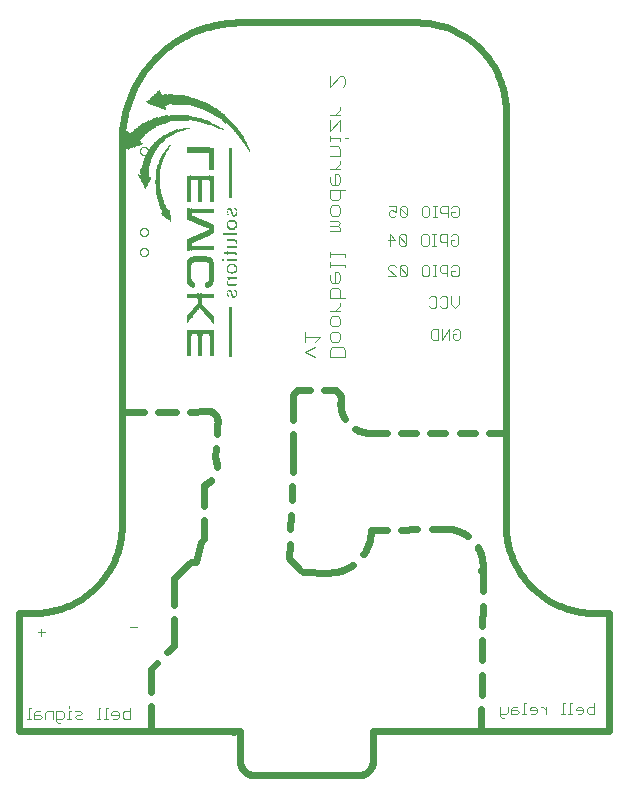
<source format=gbo>
G75*
%MOIN*%
%OFA0B0*%
%FSLAX25Y25*%
%IPPOS*%
%LPD*%
%AMOC8*
5,1,8,0,0,1.08239X$1,22.5*
%
%ADD10C,0.02400*%
%ADD11C,0.00300*%
%ADD12R,0.00100X0.00100*%
%ADD13R,0.00100X0.00300*%
%ADD14R,0.00100X0.00400*%
%ADD15R,0.00100X0.00600*%
%ADD16R,0.00100X0.00800*%
%ADD17R,0.00100X0.01000*%
%ADD18R,0.00100X0.00900*%
%ADD19R,0.00100X0.01300*%
%ADD20R,0.00100X0.01200*%
%ADD21R,0.00100X0.01400*%
%ADD22R,0.00100X0.01500*%
%ADD23R,0.00100X0.01600*%
%ADD24R,0.00100X0.01700*%
%ADD25R,0.00100X0.01800*%
%ADD26R,0.00100X0.01900*%
%ADD27R,0.00100X0.02000*%
%ADD28R,0.00100X0.02100*%
%ADD29R,0.00100X0.02200*%
%ADD30R,0.00100X0.00500*%
%ADD31R,0.00100X0.00200*%
%ADD32R,0.00100X0.01100*%
%ADD33R,0.00100X0.00700*%
%ADD34R,0.00100X0.16700*%
%ADD35R,0.00100X0.16500*%
%ADD36R,0.00100X0.02300*%
%ADD37R,0.00100X0.02400*%
%ADD38R,0.00100X0.02500*%
%ADD39R,0.00100X0.07500*%
%ADD40R,0.00100X0.08800*%
%ADD41R,0.00100X0.02900*%
%ADD42R,0.00100X0.06200*%
%ADD43R,0.00100X0.08900*%
%ADD44R,0.00100X0.06600*%
%ADD45R,0.00100X0.03100*%
%ADD46R,0.00100X0.07600*%
%ADD47R,0.00100X0.08300*%
%ADD48R,0.00100X0.08500*%
%ADD49R,0.00100X0.03300*%
%ADD50R,0.00100X0.09100*%
%ADD51R,0.00100X0.09300*%
%ADD52R,0.00100X0.03500*%
%ADD53R,0.00100X0.09500*%
%ADD54R,0.00100X0.03700*%
%ADD55R,0.00100X0.09700*%
%ADD56R,0.00100X0.03900*%
%ADD57R,0.00100X0.09900*%
%ADD58R,0.00100X0.02600*%
%ADD59R,0.00100X0.02700*%
%ADD60R,0.00100X0.08700*%
%ADD61R,0.00100X0.05400*%
%ADD62R,0.00100X0.05200*%
%ADD63R,0.00100X0.05100*%
%ADD64R,0.00100X0.05000*%
%ADD65R,0.00100X0.02800*%
%ADD66R,0.00100X0.04900*%
%ADD67R,0.00100X0.04100*%
%ADD68R,0.00100X0.04000*%
%ADD69R,0.00100X0.09600*%
%ADD70R,0.00100X0.09400*%
%ADD71R,0.00100X0.09200*%
%ADD72R,0.00100X0.03800*%
%ADD73R,0.00100X0.09000*%
%ADD74R,0.00100X0.03000*%
%ADD75R,0.00100X0.08400*%
%ADD76R,0.00100X0.08100*%
%ADD77R,0.00100X0.07900*%
%ADD78R,0.00100X0.03600*%
%ADD79R,0.00100X0.07300*%
%ADD80R,0.00100X0.05900*%
%ADD81R,0.00100X0.03200*%
%ADD82R,0.00100X0.03400*%
%ADD83R,0.00100X0.04200*%
%ADD84R,0.00100X0.04300*%
%ADD85R,0.00100X0.04600*%
%ADD86R,0.00100X0.04800*%
%ADD87R,0.00100X0.04700*%
%ADD88R,0.00100X0.04400*%
%ADD89R,0.00100X0.05600*%
%ADD90R,0.00100X0.05700*%
%ADD91R,0.00100X0.05800*%
%ADD92R,0.00100X0.06100*%
%ADD93R,0.00100X0.13400*%
%ADD94R,0.00100X0.05500*%
%ADD95R,0.00100X0.12900*%
%ADD96R,0.00100X0.05300*%
%ADD97R,0.00100X0.12500*%
%ADD98R,0.00100X0.12000*%
%ADD99R,0.00100X0.11200*%
%ADD100R,0.00100X0.10200*%
%ADD101R,0.00100X0.07800*%
%ADD102R,0.00100X0.04500*%
%ADD103R,0.00100X0.06700*%
%ADD104R,0.00100X0.10600*%
%ADD105R,0.00100X0.10700*%
%ADD106R,0.00100X0.10500*%
%ADD107R,0.00100X0.10400*%
%ADD108R,0.00100X0.08000*%
%ADD109R,0.00100X0.06400*%
%ADD110R,0.00100X0.06300*%
%ADD111R,0.00100X0.06000*%
%ADD112C,0.00400*%
%ADD113C,0.00000*%
D10*
X0372094Y0046210D02*
X0372094Y0085580D01*
X0372127Y0085721D02*
X0376606Y0085721D01*
X0376626Y0085719D01*
X0376646Y0085715D01*
X0376665Y0085707D01*
X0376682Y0085696D01*
X0376697Y0085683D01*
X0376710Y0085668D01*
X0376721Y0085651D01*
X0376729Y0085632D01*
X0376733Y0085612D01*
X0376735Y0085592D01*
X0416134Y0066838D02*
X0416134Y0059313D01*
X0416134Y0054513D02*
X0416134Y0046988D01*
X0416363Y0046759D01*
X0443519Y0046053D02*
X0443551Y0046051D01*
X0443583Y0046046D01*
X0443613Y0046037D01*
X0443643Y0046025D01*
X0443671Y0046009D01*
X0443697Y0045991D01*
X0443721Y0045969D01*
X0443743Y0045945D01*
X0443761Y0045919D01*
X0443777Y0045891D01*
X0443789Y0045861D01*
X0443798Y0045831D01*
X0443803Y0045799D01*
X0443805Y0045767D01*
X0445913Y0046210D02*
X0372094Y0046210D01*
X0416134Y0066838D02*
X0418337Y0069040D01*
X0421731Y0072434D02*
X0423933Y0074637D01*
X0423933Y0083482D01*
X0423933Y0088282D02*
X0423933Y0097128D01*
X0429441Y0102635D01*
X0431389Y0102635D01*
X0432869Y0109076D01*
X0433797Y0110093D01*
X0433881Y0116528D01*
X0433943Y0121328D02*
X0434027Y0127763D01*
X0438131Y0134341D02*
X0438137Y0134507D01*
X0438140Y0134674D01*
X0438139Y0134841D01*
X0438133Y0135007D01*
X0438124Y0135174D01*
X0438111Y0135340D01*
X0438094Y0135506D01*
X0438073Y0135671D01*
X0438048Y0135836D01*
X0438019Y0136000D01*
X0437987Y0136164D01*
X0437950Y0136327D01*
X0437910Y0136488D01*
X0437866Y0136649D01*
X0437818Y0136809D01*
X0437767Y0136967D01*
X0437711Y0137125D01*
X0437652Y0137281D01*
X0437590Y0137435D01*
X0437780Y0140416D01*
X0438087Y0145206D02*
X0438277Y0148187D01*
X0438313Y0148301D01*
X0438346Y0148416D01*
X0438375Y0148532D01*
X0438400Y0148649D01*
X0438422Y0148766D01*
X0438440Y0148884D01*
X0438454Y0149003D01*
X0438464Y0149122D01*
X0438470Y0149242D01*
X0438473Y0149362D01*
X0438472Y0149481D01*
X0438467Y0149601D01*
X0438458Y0149720D01*
X0438445Y0149839D01*
X0438428Y0149957D01*
X0438408Y0150075D01*
X0438384Y0150192D01*
X0438356Y0150309D01*
X0438324Y0150424D01*
X0438289Y0150539D01*
X0438250Y0150652D01*
X0438208Y0150763D01*
X0438161Y0150874D01*
X0438112Y0150983D01*
X0438059Y0151090D01*
X0438002Y0151195D01*
X0437942Y0151299D01*
X0437879Y0151401D01*
X0437813Y0151500D01*
X0437743Y0151598D01*
X0437671Y0151693D01*
X0437595Y0151785D01*
X0437517Y0151876D01*
X0437435Y0151963D01*
X0437351Y0152048D01*
X0437264Y0152131D01*
X0437175Y0152210D01*
X0437083Y0152287D01*
X0436989Y0152360D01*
X0436892Y0152431D01*
X0436793Y0152498D01*
X0436692Y0152562D01*
X0436589Y0152623D01*
X0436484Y0152681D01*
X0436378Y0152735D01*
X0436269Y0152786D01*
X0436159Y0152833D01*
X0436048Y0152877D01*
X0435935Y0152917D01*
X0435076Y0152763D02*
X0429231Y0152718D01*
X0424432Y0152682D02*
X0418587Y0152637D01*
X0413787Y0152601D02*
X0407943Y0152556D01*
X0433788Y0128158D02*
X0433941Y0128224D01*
X0434093Y0128294D01*
X0434242Y0128367D01*
X0434390Y0128444D01*
X0434536Y0128525D01*
X0434681Y0128608D01*
X0434823Y0128695D01*
X0434963Y0128786D01*
X0435101Y0128879D01*
X0435237Y0128976D01*
X0435370Y0129076D01*
X0435501Y0129179D01*
X0435629Y0129286D01*
X0435755Y0129395D01*
X0435879Y0129507D01*
X0436000Y0129622D01*
X0436117Y0129740D01*
X0436233Y0129860D01*
X0436345Y0129983D01*
X0463297Y0127940D02*
X0463096Y0123123D01*
X0462895Y0118327D02*
X0462693Y0113510D01*
X0462492Y0108714D02*
X0462290Y0103898D01*
X0465815Y0100039D01*
X0466899Y0099291D02*
X0475731Y0099056D01*
X0487030Y0105077D02*
X0487220Y0105360D01*
X0487402Y0105647D01*
X0487577Y0105939D01*
X0487745Y0106235D01*
X0487906Y0106535D01*
X0488059Y0106839D01*
X0488205Y0107146D01*
X0488343Y0107457D01*
X0488473Y0107771D01*
X0488596Y0108089D01*
X0488711Y0108409D01*
X0488818Y0108732D01*
X0488918Y0109057D01*
X0489009Y0109385D01*
X0489092Y0109715D01*
X0489167Y0110047D01*
X0489234Y0110381D01*
X0489292Y0110716D01*
X0489343Y0111052D01*
X0489385Y0111390D01*
X0489419Y0111729D01*
X0489444Y0112068D01*
X0489462Y0112408D01*
X0489471Y0112748D01*
X0489471Y0113088D01*
X0494833Y0113205D01*
X0499632Y0113309D02*
X0504994Y0113426D01*
X0509793Y0113530D02*
X0515155Y0113647D01*
X0534496Y0115107D02*
X0534496Y0252903D01*
X0534497Y0252903D02*
X0534488Y0253617D01*
X0534463Y0254330D01*
X0534419Y0255042D01*
X0534359Y0255753D01*
X0534282Y0256462D01*
X0534187Y0257169D01*
X0534076Y0257874D01*
X0533947Y0258576D01*
X0533801Y0259275D01*
X0533639Y0259970D01*
X0533460Y0260660D01*
X0533264Y0261346D01*
X0533052Y0262028D01*
X0532823Y0262704D01*
X0532578Y0263374D01*
X0532317Y0264038D01*
X0532040Y0264695D01*
X0531747Y0265346D01*
X0531439Y0265990D01*
X0531115Y0266625D01*
X0530776Y0267253D01*
X0530421Y0267873D01*
X0530052Y0268483D01*
X0529668Y0269085D01*
X0529270Y0269677D01*
X0528858Y0270259D01*
X0528431Y0270831D01*
X0527991Y0271393D01*
X0527538Y0271944D01*
X0527071Y0272484D01*
X0526591Y0273012D01*
X0526099Y0273529D01*
X0525595Y0274033D01*
X0525078Y0274525D01*
X0524550Y0275005D01*
X0524010Y0275472D01*
X0523459Y0275925D01*
X0522897Y0276365D01*
X0522325Y0276792D01*
X0521743Y0277204D01*
X0521151Y0277602D01*
X0520549Y0277986D01*
X0519939Y0278355D01*
X0519319Y0278710D01*
X0518691Y0279049D01*
X0518056Y0279373D01*
X0517412Y0279681D01*
X0516761Y0279974D01*
X0516104Y0280251D01*
X0515440Y0280512D01*
X0514770Y0280757D01*
X0514094Y0280986D01*
X0513412Y0281198D01*
X0512726Y0281394D01*
X0512036Y0281573D01*
X0511341Y0281735D01*
X0510642Y0281881D01*
X0509940Y0282010D01*
X0509235Y0282121D01*
X0508528Y0282216D01*
X0507819Y0282293D01*
X0507108Y0282353D01*
X0506396Y0282397D01*
X0505683Y0282422D01*
X0504969Y0282431D01*
X0504969Y0282430D02*
X0445913Y0282430D01*
X0444962Y0282419D01*
X0444011Y0282384D01*
X0443061Y0282327D01*
X0442113Y0282246D01*
X0441167Y0282143D01*
X0440224Y0282017D01*
X0439285Y0281868D01*
X0438349Y0281697D01*
X0437418Y0281502D01*
X0436491Y0281286D01*
X0435570Y0281047D01*
X0434655Y0280786D01*
X0433747Y0280503D01*
X0432846Y0280198D01*
X0431952Y0279872D01*
X0431067Y0279523D01*
X0430190Y0279154D01*
X0429322Y0278764D01*
X0428465Y0278352D01*
X0427617Y0277920D01*
X0426780Y0277468D01*
X0425954Y0276996D01*
X0425140Y0276504D01*
X0424338Y0275992D01*
X0423548Y0275461D01*
X0422772Y0274911D01*
X0422009Y0274343D01*
X0421260Y0273756D01*
X0420526Y0273151D01*
X0419806Y0272529D01*
X0419101Y0271889D01*
X0418413Y0271233D01*
X0417740Y0270560D01*
X0417084Y0269872D01*
X0416444Y0269167D01*
X0415822Y0268447D01*
X0415217Y0267713D01*
X0414630Y0266964D01*
X0414062Y0266201D01*
X0413512Y0265425D01*
X0412981Y0264635D01*
X0412469Y0263833D01*
X0411977Y0263019D01*
X0411505Y0262193D01*
X0411053Y0261356D01*
X0410621Y0260508D01*
X0410209Y0259651D01*
X0409819Y0258783D01*
X0409450Y0257906D01*
X0409101Y0257021D01*
X0408775Y0256127D01*
X0408470Y0255226D01*
X0408187Y0254318D01*
X0407926Y0253403D01*
X0407687Y0252482D01*
X0407471Y0251555D01*
X0407276Y0250624D01*
X0407105Y0249688D01*
X0406956Y0248749D01*
X0406830Y0247806D01*
X0406727Y0246860D01*
X0406646Y0245912D01*
X0406589Y0244962D01*
X0406554Y0244011D01*
X0406543Y0243060D01*
X0406543Y0115107D01*
X0406544Y0115107D02*
X0406535Y0114393D01*
X0406510Y0113680D01*
X0406466Y0112968D01*
X0406406Y0112257D01*
X0406329Y0111548D01*
X0406234Y0110841D01*
X0406123Y0110136D01*
X0405994Y0109434D01*
X0405848Y0108735D01*
X0405686Y0108040D01*
X0405507Y0107350D01*
X0405311Y0106664D01*
X0405099Y0105982D01*
X0404870Y0105306D01*
X0404625Y0104636D01*
X0404364Y0103972D01*
X0404087Y0103315D01*
X0403794Y0102664D01*
X0403486Y0102020D01*
X0403162Y0101385D01*
X0402823Y0100757D01*
X0402468Y0100137D01*
X0402099Y0099527D01*
X0401715Y0098925D01*
X0401317Y0098333D01*
X0400905Y0097751D01*
X0400478Y0097179D01*
X0400038Y0096617D01*
X0399585Y0096066D01*
X0399118Y0095526D01*
X0398638Y0094998D01*
X0398146Y0094481D01*
X0397642Y0093977D01*
X0397125Y0093485D01*
X0396597Y0093005D01*
X0396057Y0092538D01*
X0395506Y0092085D01*
X0394944Y0091645D01*
X0394372Y0091218D01*
X0393790Y0090806D01*
X0393198Y0090408D01*
X0392596Y0090024D01*
X0391986Y0089655D01*
X0391366Y0089300D01*
X0390738Y0088961D01*
X0390103Y0088637D01*
X0389459Y0088329D01*
X0388808Y0088036D01*
X0388151Y0087759D01*
X0387487Y0087498D01*
X0386817Y0087253D01*
X0386141Y0087024D01*
X0385459Y0086812D01*
X0384773Y0086616D01*
X0384083Y0086437D01*
X0383388Y0086275D01*
X0382689Y0086129D01*
X0381987Y0086000D01*
X0381282Y0085889D01*
X0380575Y0085794D01*
X0379866Y0085717D01*
X0379155Y0085657D01*
X0378443Y0085613D01*
X0377730Y0085588D01*
X0377016Y0085579D01*
X0445913Y0046210D02*
X0445913Y0036367D01*
X0445914Y0036367D02*
X0445916Y0036229D01*
X0445922Y0036091D01*
X0445931Y0035953D01*
X0445945Y0035816D01*
X0445962Y0035679D01*
X0445984Y0035543D01*
X0446009Y0035407D01*
X0446037Y0035272D01*
X0446070Y0035138D01*
X0446106Y0035005D01*
X0446146Y0034873D01*
X0446190Y0034742D01*
X0446238Y0034612D01*
X0446289Y0034484D01*
X0446343Y0034357D01*
X0446401Y0034232D01*
X0446463Y0034108D01*
X0446528Y0033987D01*
X0446596Y0033867D01*
X0446668Y0033749D01*
X0446743Y0033633D01*
X0446822Y0033519D01*
X0446903Y0033408D01*
X0446988Y0033299D01*
X0447075Y0033192D01*
X0447166Y0033088D01*
X0447259Y0032986D01*
X0447355Y0032887D01*
X0447454Y0032791D01*
X0447556Y0032698D01*
X0447660Y0032607D01*
X0447767Y0032520D01*
X0447876Y0032435D01*
X0447987Y0032354D01*
X0448101Y0032275D01*
X0448217Y0032200D01*
X0448335Y0032128D01*
X0448455Y0032060D01*
X0448576Y0031995D01*
X0448700Y0031933D01*
X0448825Y0031875D01*
X0448952Y0031821D01*
X0449080Y0031770D01*
X0449210Y0031722D01*
X0449341Y0031678D01*
X0449473Y0031638D01*
X0449606Y0031602D01*
X0449740Y0031569D01*
X0449875Y0031541D01*
X0450011Y0031516D01*
X0450147Y0031494D01*
X0450284Y0031477D01*
X0450421Y0031463D01*
X0450559Y0031454D01*
X0450697Y0031448D01*
X0450835Y0031446D01*
X0485283Y0031446D01*
X0485421Y0031448D01*
X0485559Y0031454D01*
X0485697Y0031463D01*
X0485834Y0031477D01*
X0485971Y0031494D01*
X0486107Y0031516D01*
X0486243Y0031541D01*
X0486378Y0031569D01*
X0486512Y0031602D01*
X0486645Y0031638D01*
X0486777Y0031678D01*
X0486908Y0031722D01*
X0487038Y0031770D01*
X0487166Y0031821D01*
X0487293Y0031875D01*
X0487418Y0031933D01*
X0487542Y0031995D01*
X0487663Y0032060D01*
X0487783Y0032128D01*
X0487901Y0032200D01*
X0488017Y0032275D01*
X0488131Y0032354D01*
X0488242Y0032435D01*
X0488351Y0032520D01*
X0488458Y0032607D01*
X0488562Y0032698D01*
X0488664Y0032791D01*
X0488763Y0032887D01*
X0488859Y0032986D01*
X0488952Y0033088D01*
X0489043Y0033192D01*
X0489130Y0033299D01*
X0489215Y0033408D01*
X0489296Y0033519D01*
X0489375Y0033633D01*
X0489450Y0033749D01*
X0489522Y0033867D01*
X0489590Y0033987D01*
X0489655Y0034108D01*
X0489717Y0034232D01*
X0489775Y0034357D01*
X0489829Y0034484D01*
X0489880Y0034612D01*
X0489928Y0034742D01*
X0489972Y0034873D01*
X0490012Y0035005D01*
X0490048Y0035138D01*
X0490081Y0035272D01*
X0490109Y0035407D01*
X0490134Y0035543D01*
X0490156Y0035679D01*
X0490173Y0035816D01*
X0490187Y0035953D01*
X0490196Y0036091D01*
X0490202Y0036229D01*
X0490204Y0036367D01*
X0490205Y0036367D02*
X0490205Y0046210D01*
X0568945Y0046210D01*
X0568945Y0085580D01*
X0568819Y0085696D02*
X0563694Y0085696D01*
X0563679Y0085695D01*
X0563664Y0085690D01*
X0563651Y0085683D01*
X0563639Y0085673D01*
X0563629Y0085661D01*
X0563622Y0085648D01*
X0563617Y0085633D01*
X0563616Y0085618D01*
X0526748Y0087961D02*
X0526675Y0081291D01*
X0526623Y0076492D02*
X0526550Y0069822D01*
X0526498Y0065022D02*
X0526425Y0058353D01*
X0526373Y0053553D02*
X0526300Y0046884D01*
X0526800Y0092760D02*
X0526873Y0099430D01*
X0526873Y0099429D02*
X0526830Y0099420D01*
X0526786Y0099414D01*
X0526742Y0099412D01*
X0526698Y0099414D01*
X0526654Y0099420D01*
X0526611Y0099429D01*
X0526569Y0099442D01*
X0526528Y0099459D01*
X0526489Y0099480D01*
X0526452Y0099503D01*
X0526417Y0099530D01*
X0526384Y0099560D01*
X0526355Y0099593D01*
X0526328Y0099628D01*
X0526304Y0099665D01*
X0526284Y0099704D01*
X0526267Y0099745D01*
X0526253Y0099787D01*
X0526784Y0100523D02*
X0526799Y0100816D01*
X0526806Y0101110D01*
X0526806Y0101403D01*
X0526800Y0101697D01*
X0526786Y0101990D01*
X0526766Y0102283D01*
X0526738Y0102575D01*
X0526704Y0102866D01*
X0526663Y0103157D01*
X0526614Y0103446D01*
X0526560Y0103735D01*
X0526498Y0104022D01*
X0526429Y0104307D01*
X0526354Y0104591D01*
X0526272Y0104873D01*
X0526183Y0105153D01*
X0526088Y0105430D01*
X0525986Y0105705D01*
X0525878Y0105978D01*
X0525764Y0106249D01*
X0525643Y0106516D01*
X0525515Y0106780D01*
X0525382Y0107042D01*
X0525242Y0107300D01*
X0525096Y0107555D01*
X0521933Y0111125D02*
X0521697Y0111300D01*
X0521458Y0111470D01*
X0521214Y0111634D01*
X0520967Y0111792D01*
X0520716Y0111944D01*
X0520462Y0112091D01*
X0520204Y0112231D01*
X0519943Y0112365D01*
X0519679Y0112493D01*
X0519412Y0112615D01*
X0519142Y0112730D01*
X0518869Y0112839D01*
X0518594Y0112941D01*
X0518317Y0113037D01*
X0518037Y0113126D01*
X0517755Y0113209D01*
X0517472Y0113285D01*
X0517186Y0113354D01*
X0516900Y0113416D01*
X0516611Y0113472D01*
X0516322Y0113520D01*
X0516031Y0113562D01*
X0515740Y0113597D01*
X0515448Y0113625D01*
X0515155Y0113646D01*
X0483689Y0101665D02*
X0483410Y0101470D01*
X0483127Y0101281D01*
X0482839Y0101100D01*
X0482546Y0100926D01*
X0482250Y0100759D01*
X0481949Y0100599D01*
X0481645Y0100447D01*
X0481337Y0100302D01*
X0481026Y0100165D01*
X0480711Y0100036D01*
X0480393Y0099914D01*
X0480073Y0099800D01*
X0479749Y0099694D01*
X0479423Y0099596D01*
X0479095Y0099506D01*
X0478765Y0099424D01*
X0478433Y0099350D01*
X0478099Y0099284D01*
X0477764Y0099227D01*
X0477427Y0099178D01*
X0477089Y0099137D01*
X0476751Y0099104D01*
X0476411Y0099080D01*
X0476071Y0099064D01*
X0475731Y0099056D01*
X0463498Y0132735D02*
X0463700Y0137552D01*
X0463630Y0137745D02*
X0463630Y0145188D01*
X0463630Y0149988D02*
X0463630Y0157430D01*
X0463629Y0157430D02*
X0463623Y0157526D01*
X0463621Y0157621D01*
X0463623Y0157717D01*
X0463628Y0157812D01*
X0463638Y0157907D01*
X0463651Y0158001D01*
X0463668Y0158095D01*
X0463688Y0158189D01*
X0463713Y0158281D01*
X0463741Y0158372D01*
X0463773Y0158462D01*
X0463808Y0158551D01*
X0463847Y0158638D01*
X0463890Y0158723D01*
X0463936Y0158807D01*
X0463985Y0158889D01*
X0464037Y0158968D01*
X0464093Y0159046D01*
X0464151Y0159121D01*
X0464213Y0159194D01*
X0464278Y0159265D01*
X0464345Y0159332D01*
X0464415Y0159397D01*
X0464488Y0159459D01*
X0464563Y0159518D01*
X0464640Y0159574D01*
X0464719Y0159627D01*
X0464801Y0159677D01*
X0464884Y0159723D01*
X0464970Y0159766D01*
X0465057Y0159805D01*
X0465145Y0159841D01*
X0465235Y0159873D01*
X0465326Y0159902D01*
X0465418Y0159927D01*
X0465511Y0159948D01*
X0465605Y0159965D01*
X0465700Y0159979D01*
X0465794Y0159989D01*
X0465795Y0159988D02*
X0469104Y0160011D01*
X0473904Y0160044D02*
X0477213Y0160067D01*
X0477323Y0160025D01*
X0477432Y0159980D01*
X0477539Y0159931D01*
X0477644Y0159879D01*
X0477748Y0159823D01*
X0477850Y0159764D01*
X0477950Y0159701D01*
X0478047Y0159636D01*
X0478143Y0159567D01*
X0478236Y0159495D01*
X0478327Y0159420D01*
X0478415Y0159342D01*
X0478501Y0159262D01*
X0478584Y0159178D01*
X0478665Y0159092D01*
X0478742Y0159003D01*
X0478816Y0158912D01*
X0478888Y0158819D01*
X0478956Y0158723D01*
X0479021Y0158625D01*
X0479083Y0158525D01*
X0479142Y0158422D01*
X0479197Y0158319D01*
X0479249Y0158213D01*
X0479297Y0158105D01*
X0479342Y0157997D01*
X0479383Y0157886D01*
X0479421Y0157775D01*
X0479455Y0157662D01*
X0479485Y0157548D01*
X0479512Y0157433D01*
X0479534Y0157318D01*
X0479553Y0157202D01*
X0479568Y0157085D01*
X0479580Y0156968D01*
X0479587Y0156850D01*
X0479591Y0156733D01*
X0479590Y0156615D01*
X0479586Y0156497D01*
X0479578Y0156380D01*
X0479566Y0156262D01*
X0479551Y0156146D01*
X0479531Y0156030D01*
X0479508Y0155914D01*
X0479481Y0155800D01*
X0479450Y0155686D01*
X0479416Y0155573D01*
X0479378Y0155462D01*
X0479377Y0155462D02*
X0479380Y0155230D01*
X0479388Y0154999D01*
X0479402Y0154767D01*
X0479421Y0154536D01*
X0479445Y0154306D01*
X0479475Y0154076D01*
X0479510Y0153847D01*
X0479551Y0153619D01*
X0479597Y0153392D01*
X0479649Y0153166D01*
X0479705Y0152941D01*
X0479767Y0152718D01*
X0479835Y0152496D01*
X0479907Y0152276D01*
X0479985Y0152057D01*
X0480067Y0151841D01*
X0480155Y0151626D01*
X0480248Y0151414D01*
X0480346Y0151204D01*
X0480448Y0150996D01*
X0480556Y0150791D01*
X0480668Y0150588D01*
X0480785Y0150388D01*
X0484146Y0147027D02*
X0484346Y0146910D01*
X0484549Y0146798D01*
X0484754Y0146690D01*
X0484962Y0146588D01*
X0485172Y0146490D01*
X0485384Y0146397D01*
X0485599Y0146309D01*
X0485815Y0146227D01*
X0486034Y0146149D01*
X0486254Y0146077D01*
X0486476Y0146009D01*
X0486699Y0145947D01*
X0486924Y0145891D01*
X0487150Y0145839D01*
X0487377Y0145793D01*
X0487605Y0145752D01*
X0487834Y0145717D01*
X0488064Y0145687D01*
X0488294Y0145663D01*
X0488525Y0145644D01*
X0488757Y0145630D01*
X0488988Y0145622D01*
X0489220Y0145619D01*
X0489782Y0145673D02*
X0494773Y0145673D01*
X0499573Y0145673D02*
X0504565Y0145673D01*
X0509365Y0145673D02*
X0514356Y0145673D01*
X0519156Y0145673D02*
X0524147Y0145673D01*
X0528947Y0145673D02*
X0533938Y0145673D01*
X0534496Y0115107D02*
X0534505Y0114393D01*
X0534530Y0113680D01*
X0534574Y0112968D01*
X0534634Y0112257D01*
X0534711Y0111548D01*
X0534806Y0110841D01*
X0534917Y0110136D01*
X0535046Y0109434D01*
X0535192Y0108735D01*
X0535354Y0108040D01*
X0535533Y0107350D01*
X0535729Y0106664D01*
X0535941Y0105982D01*
X0536170Y0105306D01*
X0536415Y0104636D01*
X0536676Y0103972D01*
X0536953Y0103315D01*
X0537246Y0102664D01*
X0537554Y0102020D01*
X0537878Y0101385D01*
X0538217Y0100757D01*
X0538572Y0100137D01*
X0538941Y0099527D01*
X0539325Y0098925D01*
X0539723Y0098333D01*
X0540135Y0097751D01*
X0540562Y0097179D01*
X0541002Y0096617D01*
X0541455Y0096066D01*
X0541922Y0095526D01*
X0542402Y0094998D01*
X0542894Y0094481D01*
X0543398Y0093977D01*
X0543915Y0093485D01*
X0544443Y0093005D01*
X0544983Y0092538D01*
X0545534Y0092085D01*
X0546096Y0091645D01*
X0546668Y0091218D01*
X0547250Y0090806D01*
X0547842Y0090408D01*
X0548444Y0090024D01*
X0549054Y0089655D01*
X0549674Y0089300D01*
X0550302Y0088961D01*
X0550937Y0088637D01*
X0551581Y0088329D01*
X0552232Y0088036D01*
X0552889Y0087759D01*
X0553553Y0087498D01*
X0554223Y0087253D01*
X0554899Y0087024D01*
X0555581Y0086812D01*
X0556267Y0086616D01*
X0556957Y0086437D01*
X0557652Y0086275D01*
X0558351Y0086129D01*
X0559053Y0086000D01*
X0559758Y0085889D01*
X0560465Y0085794D01*
X0561174Y0085717D01*
X0561885Y0085657D01*
X0562597Y0085613D01*
X0563310Y0085588D01*
X0564024Y0085579D01*
D11*
X0563950Y0055583D02*
X0563950Y0051880D01*
X0562098Y0051880D01*
X0561481Y0052497D01*
X0561481Y0053731D01*
X0562098Y0054349D01*
X0563950Y0054349D01*
X0560267Y0053731D02*
X0559649Y0054349D01*
X0558415Y0054349D01*
X0557798Y0053731D01*
X0557798Y0053114D01*
X0560267Y0053114D01*
X0560267Y0052497D02*
X0560267Y0053731D01*
X0560267Y0052497D02*
X0559649Y0051880D01*
X0558415Y0051880D01*
X0556584Y0051880D02*
X0555349Y0051880D01*
X0555966Y0051880D02*
X0555966Y0055583D01*
X0556584Y0055583D01*
X0554128Y0055583D02*
X0553511Y0055583D01*
X0553511Y0051880D01*
X0554128Y0051880D02*
X0552894Y0051880D01*
X0547990Y0051880D02*
X0547990Y0054349D01*
X0547990Y0053114D02*
X0546755Y0054349D01*
X0546138Y0054349D01*
X0544920Y0053731D02*
X0544303Y0054349D01*
X0543069Y0054349D01*
X0542451Y0053731D01*
X0542451Y0053114D01*
X0544920Y0053114D01*
X0544920Y0052497D02*
X0544920Y0053731D01*
X0544920Y0052497D02*
X0544303Y0051880D01*
X0543069Y0051880D01*
X0541237Y0051880D02*
X0540003Y0051880D01*
X0540620Y0051880D02*
X0540620Y0055583D01*
X0541237Y0055583D01*
X0538164Y0054349D02*
X0536930Y0054349D01*
X0536313Y0053731D01*
X0536313Y0051880D01*
X0538164Y0051880D01*
X0538782Y0052497D01*
X0538164Y0053114D01*
X0536313Y0053114D01*
X0535099Y0052497D02*
X0534481Y0051880D01*
X0532630Y0051880D01*
X0532630Y0051263D02*
X0533247Y0050645D01*
X0533864Y0050645D01*
X0532630Y0051263D02*
X0532630Y0054349D01*
X0535099Y0054349D02*
X0535099Y0052497D01*
X0409226Y0052765D02*
X0407374Y0052765D01*
X0406757Y0052148D01*
X0406757Y0050914D01*
X0407374Y0050296D01*
X0409226Y0050296D01*
X0409226Y0054000D01*
X0405543Y0052148D02*
X0405543Y0050914D01*
X0404925Y0050296D01*
X0403691Y0050296D01*
X0403074Y0051531D02*
X0405543Y0051531D01*
X0405543Y0052148D02*
X0404925Y0052765D01*
X0403691Y0052765D01*
X0403074Y0052148D01*
X0403074Y0051531D01*
X0401859Y0050296D02*
X0400625Y0050296D01*
X0401242Y0050296D02*
X0401242Y0054000D01*
X0401859Y0054000D01*
X0399404Y0054000D02*
X0398787Y0054000D01*
X0398787Y0050296D01*
X0399404Y0050296D02*
X0398170Y0050296D01*
X0393265Y0050296D02*
X0391414Y0050296D01*
X0390797Y0050914D01*
X0391414Y0051531D01*
X0392648Y0051531D01*
X0393265Y0052148D01*
X0392648Y0052765D01*
X0390797Y0052765D01*
X0389582Y0052765D02*
X0388965Y0052765D01*
X0388965Y0050296D01*
X0389582Y0050296D02*
X0388348Y0050296D01*
X0387127Y0050914D02*
X0386510Y0050296D01*
X0384658Y0050296D01*
X0384658Y0049679D02*
X0384658Y0052765D01*
X0386510Y0052765D01*
X0387127Y0052148D01*
X0387127Y0050914D01*
X0385893Y0049062D02*
X0385275Y0049062D01*
X0384658Y0049679D01*
X0383444Y0050296D02*
X0383444Y0052765D01*
X0381592Y0052765D01*
X0380975Y0052148D01*
X0380975Y0050296D01*
X0379761Y0050914D02*
X0379143Y0051531D01*
X0377292Y0051531D01*
X0377292Y0052148D02*
X0377292Y0050296D01*
X0379143Y0050296D01*
X0379761Y0050914D01*
X0379143Y0052765D02*
X0377909Y0052765D01*
X0377292Y0052148D01*
X0376077Y0054000D02*
X0375460Y0054000D01*
X0375460Y0050296D01*
X0376077Y0050296D02*
X0374843Y0050296D01*
X0388965Y0054000D02*
X0388965Y0054617D01*
X0379697Y0077841D02*
X0379697Y0080310D01*
X0380931Y0079076D02*
X0378462Y0079076D01*
X0409191Y0080841D02*
X0411659Y0080841D01*
X0509472Y0177194D02*
X0509472Y0179663D01*
X0510089Y0180280D01*
X0511940Y0180280D01*
X0511940Y0176577D01*
X0510089Y0176577D01*
X0509472Y0177194D01*
X0513155Y0176577D02*
X0513155Y0180280D01*
X0515624Y0180280D02*
X0513155Y0176577D01*
X0515624Y0176577D02*
X0515624Y0180280D01*
X0516838Y0179663D02*
X0517455Y0180280D01*
X0518690Y0180280D01*
X0519307Y0179663D01*
X0519307Y0177194D01*
X0518690Y0176577D01*
X0517455Y0176577D01*
X0516838Y0177194D01*
X0516838Y0178428D01*
X0518072Y0178428D01*
X0517516Y0187383D02*
X0516281Y0188617D01*
X0516281Y0191086D01*
X0515067Y0190469D02*
X0515067Y0188000D01*
X0514450Y0187383D01*
X0513215Y0187383D01*
X0512598Y0188000D01*
X0511384Y0188000D02*
X0511384Y0190469D01*
X0510766Y0191086D01*
X0509532Y0191086D01*
X0508915Y0190469D01*
X0508915Y0188000D02*
X0509532Y0187383D01*
X0510766Y0187383D01*
X0511384Y0188000D01*
X0512598Y0190469D02*
X0513215Y0191086D01*
X0514450Y0191086D01*
X0515067Y0190469D01*
X0518750Y0191086D02*
X0518750Y0188617D01*
X0517516Y0187383D01*
X0518133Y0197743D02*
X0516898Y0197743D01*
X0516281Y0198360D01*
X0516281Y0199595D01*
X0517516Y0199595D01*
X0518750Y0200829D02*
X0518750Y0198360D01*
X0518133Y0197743D01*
X0515067Y0197743D02*
X0515067Y0201446D01*
X0513215Y0201446D01*
X0512598Y0200829D01*
X0512598Y0199595D01*
X0513215Y0198977D01*
X0515067Y0198977D01*
X0516281Y0200829D02*
X0516898Y0201446D01*
X0518133Y0201446D01*
X0518750Y0200829D01*
X0511384Y0201446D02*
X0510149Y0201446D01*
X0510766Y0201446D02*
X0510766Y0197743D01*
X0510149Y0197743D02*
X0511384Y0197743D01*
X0508928Y0198360D02*
X0508311Y0197743D01*
X0507077Y0197743D01*
X0506459Y0198360D01*
X0506459Y0200829D01*
X0507077Y0201446D01*
X0508311Y0201446D01*
X0508928Y0200829D01*
X0508928Y0198360D01*
X0501562Y0198360D02*
X0499093Y0200829D01*
X0499093Y0198360D01*
X0499710Y0197743D01*
X0500945Y0197743D01*
X0501562Y0198360D01*
X0501562Y0200829D01*
X0500945Y0201446D01*
X0499710Y0201446D01*
X0499093Y0200829D01*
X0497879Y0200829D02*
X0497262Y0201446D01*
X0496027Y0201446D01*
X0495410Y0200829D01*
X0495410Y0200212D01*
X0497879Y0197743D01*
X0495410Y0197743D01*
X0495873Y0208043D02*
X0495873Y0211746D01*
X0497724Y0209895D01*
X0495256Y0209895D01*
X0498939Y0211129D02*
X0501407Y0208660D01*
X0500790Y0208043D01*
X0499556Y0208043D01*
X0498939Y0208660D01*
X0498939Y0211129D01*
X0499556Y0211746D01*
X0500790Y0211746D01*
X0501407Y0211129D01*
X0501407Y0208660D01*
X0506305Y0208660D02*
X0506305Y0211129D01*
X0506922Y0211746D01*
X0508157Y0211746D01*
X0508774Y0211129D01*
X0508774Y0208660D01*
X0508157Y0208043D01*
X0506922Y0208043D01*
X0506305Y0208660D01*
X0509995Y0208043D02*
X0511229Y0208043D01*
X0510612Y0208043D02*
X0510612Y0211746D01*
X0511229Y0211746D02*
X0509995Y0211746D01*
X0512444Y0211129D02*
X0512444Y0209895D01*
X0513061Y0209277D01*
X0514912Y0209277D01*
X0514912Y0208043D02*
X0514912Y0211746D01*
X0513061Y0211746D01*
X0512444Y0211129D01*
X0516127Y0211129D02*
X0516744Y0211746D01*
X0517978Y0211746D01*
X0518595Y0211129D01*
X0518595Y0208660D01*
X0517978Y0208043D01*
X0516744Y0208043D01*
X0516127Y0208660D01*
X0516127Y0209895D01*
X0517361Y0209895D01*
X0516967Y0217512D02*
X0516349Y0218129D01*
X0516349Y0219364D01*
X0517584Y0219364D01*
X0518818Y0220598D02*
X0518818Y0218129D01*
X0518201Y0217512D01*
X0516967Y0217512D01*
X0515135Y0217512D02*
X0515135Y0221215D01*
X0513283Y0221215D01*
X0512666Y0220598D01*
X0512666Y0219364D01*
X0513283Y0218747D01*
X0515135Y0218747D01*
X0516349Y0220598D02*
X0516967Y0221215D01*
X0518201Y0221215D01*
X0518818Y0220598D01*
X0511452Y0221215D02*
X0510218Y0221215D01*
X0510835Y0221215D02*
X0510835Y0217512D01*
X0511452Y0217512D02*
X0510218Y0217512D01*
X0508996Y0218129D02*
X0508379Y0217512D01*
X0507145Y0217512D01*
X0506528Y0218129D01*
X0506528Y0220598D01*
X0507145Y0221215D01*
X0508379Y0221215D01*
X0508996Y0220598D01*
X0508996Y0218129D01*
X0501630Y0218129D02*
X0499161Y0220598D01*
X0499161Y0218129D01*
X0499779Y0217512D01*
X0501013Y0217512D01*
X0501630Y0218129D01*
X0501630Y0220598D01*
X0501013Y0221215D01*
X0499779Y0221215D01*
X0499161Y0220598D01*
X0497947Y0221215D02*
X0497947Y0219364D01*
X0496713Y0219981D01*
X0496095Y0219981D01*
X0495478Y0219364D01*
X0495478Y0218129D01*
X0496095Y0217512D01*
X0497330Y0217512D01*
X0497947Y0218129D01*
X0497947Y0221215D02*
X0495478Y0221215D01*
D12*
X0449300Y0239352D03*
X0440500Y0246452D03*
X0440400Y0246552D03*
X0440300Y0246652D03*
X0440100Y0246752D03*
X0429100Y0247052D03*
X0429000Y0247052D03*
X0422800Y0241252D03*
X0412300Y0231452D03*
X0416400Y0230452D03*
X0420000Y0218452D03*
X0441900Y0191552D03*
X0414900Y0255752D03*
X0414800Y0255752D03*
D13*
X0428100Y0246952D03*
X0428200Y0246952D03*
X0428300Y0246952D03*
X0428400Y0246952D03*
X0428500Y0246952D03*
X0439300Y0247152D03*
X0439500Y0247052D03*
X0439600Y0247052D03*
X0439700Y0246952D03*
X0439900Y0246852D03*
X0449200Y0239652D03*
X0422500Y0240852D03*
X0422400Y0240752D03*
X0422300Y0240652D03*
X0413500Y0241952D03*
X0412500Y0231252D03*
X0420200Y0218452D03*
X0442100Y0215752D03*
X0442200Y0215852D03*
X0442300Y0215952D03*
X0442400Y0216052D03*
X0442500Y0216052D03*
X0444100Y0216152D03*
X0444300Y0216052D03*
X0444400Y0215952D03*
X0444500Y0215952D03*
X0444600Y0214052D03*
X0444500Y0213952D03*
X0444400Y0213852D03*
X0444200Y0213752D03*
X0444000Y0213652D03*
X0442600Y0213752D03*
X0442400Y0213852D03*
X0442300Y0213952D03*
X0442300Y0218152D03*
X0442300Y0220052D03*
X0444400Y0220152D03*
X0444500Y0220152D03*
X0444600Y0220052D03*
X0444700Y0219952D03*
X0444700Y0218152D03*
X0444600Y0218052D03*
X0444500Y0217952D03*
X0444400Y0217952D03*
X0444300Y0217952D03*
X0440300Y0203252D03*
X0442200Y0201052D03*
X0442100Y0200952D03*
X0442500Y0201352D03*
X0442600Y0201352D03*
X0442700Y0201452D03*
X0442800Y0201452D03*
X0442900Y0201452D03*
X0443000Y0201452D03*
X0443100Y0201552D03*
X0443200Y0201552D03*
X0443300Y0201552D03*
X0443400Y0201552D03*
X0443500Y0201552D03*
X0443600Y0201552D03*
X0443700Y0201552D03*
X0443800Y0201452D03*
X0443900Y0201452D03*
X0444000Y0201452D03*
X0444100Y0201452D03*
X0444200Y0201352D03*
X0444500Y0201152D03*
X0444600Y0201052D03*
X0444700Y0200952D03*
X0444500Y0199152D03*
X0444400Y0199152D03*
X0444300Y0199052D03*
X0444100Y0198952D03*
X0444000Y0198952D03*
X0443900Y0198852D03*
X0443800Y0198852D03*
X0443700Y0198852D03*
X0443000Y0198852D03*
X0442900Y0198852D03*
X0442800Y0198852D03*
X0442700Y0198952D03*
X0442500Y0199052D03*
X0442100Y0199352D03*
X0442100Y0197152D03*
X0442000Y0197152D03*
X0444800Y0194752D03*
X0444400Y0193052D03*
X0444500Y0192952D03*
X0444600Y0192852D03*
X0444800Y0191152D03*
X0444600Y0190952D03*
X0444500Y0190852D03*
X0442300Y0190952D03*
X0442000Y0192652D03*
X0442100Y0192752D03*
X0442200Y0192852D03*
X0442400Y0192952D03*
X0442500Y0192952D03*
D14*
X0442600Y0193002D03*
X0442700Y0193002D03*
X0442800Y0192902D03*
X0442900Y0192902D03*
X0444700Y0192802D03*
X0444700Y0194802D03*
X0444600Y0194802D03*
X0444500Y0194802D03*
X0444400Y0194802D03*
X0444300Y0194802D03*
X0444200Y0194802D03*
X0444100Y0194802D03*
X0444000Y0194802D03*
X0443900Y0194802D03*
X0443800Y0194802D03*
X0443700Y0194802D03*
X0443600Y0194802D03*
X0443500Y0194802D03*
X0443400Y0194802D03*
X0443300Y0194802D03*
X0443200Y0194802D03*
X0443100Y0194802D03*
X0443000Y0194802D03*
X0442900Y0194802D03*
X0442800Y0194802D03*
X0442700Y0194802D03*
X0442600Y0194802D03*
X0442500Y0194802D03*
X0442400Y0194802D03*
X0441800Y0195502D03*
X0442200Y0197102D03*
X0442700Y0197102D03*
X0442800Y0197102D03*
X0442900Y0197102D03*
X0443000Y0197102D03*
X0443100Y0197102D03*
X0443200Y0197102D03*
X0443300Y0197102D03*
X0443400Y0197102D03*
X0443500Y0197102D03*
X0443600Y0197102D03*
X0443700Y0197102D03*
X0443800Y0197102D03*
X0443900Y0197102D03*
X0444000Y0197102D03*
X0444100Y0197102D03*
X0444200Y0197102D03*
X0444300Y0197102D03*
X0444400Y0197102D03*
X0444500Y0197102D03*
X0444600Y0197102D03*
X0444700Y0197102D03*
X0444800Y0197102D03*
X0443600Y0198802D03*
X0443500Y0198802D03*
X0443400Y0198802D03*
X0443300Y0198802D03*
X0443200Y0198802D03*
X0443100Y0198802D03*
X0442300Y0199202D03*
X0442200Y0199302D03*
X0442300Y0201202D03*
X0442400Y0201202D03*
X0444300Y0201302D03*
X0444400Y0201202D03*
X0444700Y0199402D03*
X0444600Y0199302D03*
X0444800Y0203302D03*
X0444600Y0205402D03*
X0444500Y0205502D03*
X0444400Y0205502D03*
X0444300Y0205502D03*
X0444200Y0205502D03*
X0444100Y0205502D03*
X0444000Y0205502D03*
X0443900Y0205502D03*
X0443800Y0205502D03*
X0443700Y0205502D03*
X0443600Y0205502D03*
X0443500Y0205502D03*
X0443400Y0205502D03*
X0443300Y0205502D03*
X0443200Y0205502D03*
X0443100Y0205502D03*
X0443000Y0205502D03*
X0442900Y0205502D03*
X0442800Y0205502D03*
X0442700Y0205502D03*
X0442600Y0205502D03*
X0442500Y0205502D03*
X0442400Y0205502D03*
X0442300Y0205502D03*
X0441600Y0205502D03*
X0441500Y0205502D03*
X0441400Y0205502D03*
X0441300Y0205502D03*
X0441200Y0205502D03*
X0441100Y0205502D03*
X0441000Y0205502D03*
X0442000Y0207502D03*
X0442100Y0207502D03*
X0442200Y0207502D03*
X0442300Y0207502D03*
X0442400Y0207502D03*
X0442500Y0207502D03*
X0442600Y0207502D03*
X0442700Y0207502D03*
X0442800Y0207502D03*
X0442900Y0207502D03*
X0443000Y0207502D03*
X0443100Y0207502D03*
X0443200Y0207502D03*
X0443300Y0207502D03*
X0443400Y0207502D03*
X0443500Y0207502D03*
X0443600Y0207502D03*
X0443700Y0207502D03*
X0443800Y0207502D03*
X0443900Y0207502D03*
X0444000Y0207502D03*
X0444100Y0207502D03*
X0444700Y0207502D03*
X0444800Y0207502D03*
X0444500Y0209702D03*
X0444400Y0209802D03*
X0444300Y0209802D03*
X0444200Y0209802D03*
X0444100Y0209802D03*
X0444000Y0209802D03*
X0443900Y0209802D03*
X0443800Y0209802D03*
X0443700Y0209802D03*
X0443600Y0209802D03*
X0443500Y0209802D03*
X0443400Y0209802D03*
X0443300Y0209802D03*
X0443200Y0209802D03*
X0443100Y0209802D03*
X0443000Y0209802D03*
X0442900Y0209802D03*
X0442800Y0209802D03*
X0442700Y0209802D03*
X0442600Y0209802D03*
X0442500Y0209802D03*
X0442400Y0209802D03*
X0442300Y0209802D03*
X0442200Y0209802D03*
X0442100Y0209802D03*
X0442000Y0209802D03*
X0442000Y0211802D03*
X0441900Y0211802D03*
X0441800Y0211802D03*
X0441700Y0211802D03*
X0441600Y0211802D03*
X0441500Y0211802D03*
X0441400Y0211802D03*
X0441300Y0211802D03*
X0441200Y0211802D03*
X0441100Y0211802D03*
X0441000Y0211802D03*
X0440900Y0211802D03*
X0440800Y0211802D03*
X0440700Y0211802D03*
X0440600Y0211802D03*
X0442100Y0211802D03*
X0442200Y0211802D03*
X0442300Y0211802D03*
X0442400Y0211802D03*
X0442500Y0211802D03*
X0442600Y0211802D03*
X0442700Y0211802D03*
X0442800Y0211802D03*
X0442900Y0211802D03*
X0443000Y0211802D03*
X0443100Y0211802D03*
X0443200Y0211802D03*
X0443300Y0211802D03*
X0443400Y0211802D03*
X0443500Y0211802D03*
X0443600Y0211802D03*
X0443700Y0211802D03*
X0443800Y0211802D03*
X0443900Y0211802D03*
X0444000Y0211802D03*
X0444100Y0211802D03*
X0444200Y0211802D03*
X0444300Y0211802D03*
X0444400Y0211802D03*
X0444500Y0211802D03*
X0444600Y0211802D03*
X0444700Y0211802D03*
X0444800Y0211802D03*
X0443900Y0213602D03*
X0443800Y0213602D03*
X0443700Y0213602D03*
X0443600Y0213602D03*
X0443500Y0213602D03*
X0443400Y0213602D03*
X0443300Y0213602D03*
X0443200Y0213602D03*
X0443100Y0213602D03*
X0443000Y0213602D03*
X0442900Y0213602D03*
X0442800Y0213602D03*
X0442700Y0213702D03*
X0442500Y0213802D03*
X0442200Y0214002D03*
X0442100Y0214102D03*
X0444100Y0213702D03*
X0444300Y0213802D03*
X0444700Y0214102D03*
X0444700Y0215702D03*
X0444600Y0215802D03*
X0444200Y0216102D03*
X0444000Y0216202D03*
X0443900Y0216202D03*
X0443800Y0216202D03*
X0443700Y0216302D03*
X0443600Y0216302D03*
X0443500Y0216302D03*
X0443400Y0216302D03*
X0443300Y0216302D03*
X0443200Y0216302D03*
X0443100Y0216302D03*
X0443000Y0216202D03*
X0442900Y0216202D03*
X0442800Y0216202D03*
X0442700Y0216202D03*
X0442600Y0216102D03*
X0444000Y0217902D03*
X0444100Y0217902D03*
X0444200Y0217902D03*
X0443900Y0218002D03*
X0444800Y0218302D03*
X0444800Y0219802D03*
X0442800Y0220102D03*
X0442500Y0220102D03*
X0442400Y0220102D03*
X0416300Y0230302D03*
X0413400Y0242002D03*
X0413300Y0242002D03*
X0427400Y0246802D03*
X0427500Y0246802D03*
X0427600Y0246802D03*
X0427800Y0246902D03*
X0427900Y0246902D03*
X0428000Y0246902D03*
X0439000Y0247402D03*
X0439100Y0247302D03*
X0439200Y0247202D03*
X0439400Y0247102D03*
X0449000Y0240102D03*
X0449100Y0239902D03*
X0415100Y0255802D03*
X0444000Y0190802D03*
X0444100Y0190802D03*
X0444200Y0190802D03*
X0444300Y0190802D03*
X0444400Y0190802D03*
D15*
X0443100Y0192702D03*
X0441800Y0191902D03*
X0442300Y0194902D03*
X0442400Y0197002D03*
X0442100Y0205502D03*
X0444300Y0207602D03*
X0444400Y0207602D03*
X0444500Y0207602D03*
X0444900Y0209102D03*
X0441800Y0214902D03*
X0443600Y0218302D03*
X0441800Y0219102D03*
X0423000Y0216402D03*
X0416200Y0230202D03*
X0412700Y0231002D03*
X0421900Y0240102D03*
X0422000Y0240202D03*
X0426300Y0246502D03*
X0426400Y0246502D03*
X0426600Y0246602D03*
X0426700Y0246602D03*
X0426900Y0246702D03*
X0427000Y0246702D03*
X0427100Y0246702D03*
X0427200Y0246702D03*
X0437900Y0247902D03*
X0438000Y0247902D03*
X0438300Y0247702D03*
X0438500Y0247602D03*
X0448900Y0240302D03*
X0413200Y0242002D03*
D16*
X0413000Y0242002D03*
X0425500Y0246302D03*
X0425600Y0246302D03*
X0425900Y0246402D03*
X0436600Y0248502D03*
X0436800Y0248402D03*
X0437000Y0248302D03*
X0437100Y0248302D03*
X0437200Y0248302D03*
X0437300Y0248202D03*
X0448800Y0240502D03*
X0415400Y0255902D03*
X0415300Y0255902D03*
X0443400Y0218902D03*
X0422900Y0216602D03*
X0444800Y0205102D03*
X0444900Y0200202D03*
X0443400Y0191702D03*
D17*
X0443300Y0192102D03*
X0441900Y0205502D03*
X0443500Y0218602D03*
X0448700Y0240702D03*
X0448600Y0240902D03*
X0436200Y0248702D03*
X0436100Y0248702D03*
X0436000Y0248702D03*
X0435900Y0248802D03*
X0435800Y0248802D03*
X0435700Y0248902D03*
X0435600Y0248902D03*
X0435300Y0249002D03*
X0435200Y0249102D03*
X0425200Y0246202D03*
X0425100Y0246202D03*
X0424900Y0246102D03*
X0424700Y0246002D03*
X0424600Y0246002D03*
X0424500Y0245902D03*
X0424400Y0245902D03*
X0424200Y0245802D03*
X0424100Y0245802D03*
X0424000Y0245702D03*
X0423900Y0245702D03*
X0421400Y0239302D03*
X0421300Y0239202D03*
X0415500Y0255902D03*
D18*
X0421100Y0253752D03*
X0425000Y0246152D03*
X0424800Y0246052D03*
X0425300Y0246252D03*
X0425400Y0246252D03*
X0421600Y0239652D03*
X0421500Y0239552D03*
X0412900Y0242052D03*
X0412800Y0230852D03*
X0416000Y0230152D03*
X0444900Y0219052D03*
X0444900Y0214952D03*
X0441900Y0195452D03*
X0443500Y0191452D03*
X0444900Y0191852D03*
X0448500Y0241052D03*
X0448400Y0241252D03*
X0436900Y0248352D03*
X0436700Y0248452D03*
X0436500Y0248552D03*
X0436400Y0248552D03*
X0436300Y0248652D03*
D19*
X0433700Y0249552D03*
X0433100Y0249752D03*
X0433000Y0249752D03*
X0432800Y0249852D03*
X0432700Y0249852D03*
X0432600Y0249852D03*
X0432300Y0249952D03*
X0423200Y0245352D03*
X0423100Y0245352D03*
X0423000Y0245252D03*
X0422800Y0245152D03*
X0422400Y0244952D03*
X0421100Y0238852D03*
X0413000Y0230752D03*
X0447900Y0242152D03*
X0448000Y0242052D03*
X0448300Y0241552D03*
X0415700Y0255952D03*
D20*
X0433200Y0249702D03*
X0433300Y0249702D03*
X0433400Y0249702D03*
X0433500Y0249602D03*
X0433600Y0249602D03*
X0433800Y0249502D03*
X0433900Y0249502D03*
X0434000Y0249502D03*
X0434100Y0249402D03*
X0434200Y0249402D03*
X0434300Y0249402D03*
X0434400Y0249302D03*
X0423500Y0245502D03*
X0423400Y0245402D03*
X0423300Y0245402D03*
X0422900Y0245202D03*
X0421000Y0238702D03*
X0417900Y0229302D03*
X0415900Y0230102D03*
X0448100Y0241802D03*
X0448200Y0241702D03*
X0444800Y0209102D03*
X0442000Y0195502D03*
D21*
X0418000Y0229302D03*
X0415800Y0230002D03*
X0420700Y0238202D03*
X0420800Y0238402D03*
X0420900Y0238502D03*
X0422000Y0244702D03*
X0422100Y0244802D03*
X0422200Y0244802D03*
X0422300Y0244902D03*
X0422500Y0245002D03*
X0422600Y0245002D03*
X0422700Y0245102D03*
X0430700Y0250302D03*
X0430800Y0250302D03*
X0431000Y0250202D03*
X0431300Y0250102D03*
X0431400Y0250102D03*
X0431500Y0250102D03*
X0431600Y0250102D03*
X0431700Y0250102D03*
X0431900Y0250002D03*
X0432000Y0250002D03*
X0432100Y0250002D03*
X0432200Y0250002D03*
X0432400Y0249902D03*
X0432500Y0249902D03*
X0432900Y0249802D03*
X0447800Y0242402D03*
X0415800Y0256002D03*
D22*
X0415900Y0255952D03*
X0429600Y0250452D03*
X0429700Y0250452D03*
X0429800Y0250452D03*
X0429900Y0250452D03*
X0430000Y0250452D03*
X0430200Y0250352D03*
X0430300Y0250352D03*
X0430400Y0250352D03*
X0430500Y0250352D03*
X0430600Y0250352D03*
X0430900Y0250252D03*
X0431100Y0250152D03*
X0431200Y0250152D03*
X0431800Y0250052D03*
X0421900Y0244652D03*
X0421800Y0244552D03*
X0421700Y0244552D03*
X0421600Y0244452D03*
X0421500Y0244452D03*
X0421400Y0244352D03*
X0447400Y0242952D03*
X0447500Y0242852D03*
X0447600Y0242652D03*
X0447700Y0242552D03*
X0435700Y0230552D03*
X0435600Y0230552D03*
X0435500Y0230552D03*
X0435400Y0230552D03*
X0435300Y0230552D03*
X0435200Y0230552D03*
X0435100Y0230552D03*
X0435000Y0230552D03*
X0434900Y0230552D03*
X0434800Y0230552D03*
X0434700Y0230552D03*
X0434600Y0230552D03*
X0434500Y0230552D03*
X0434400Y0230552D03*
X0434300Y0230552D03*
X0434200Y0230552D03*
X0434100Y0230552D03*
X0434000Y0230552D03*
X0433900Y0230552D03*
X0433800Y0230552D03*
X0433700Y0230552D03*
X0433600Y0230552D03*
X0431900Y0230552D03*
X0431800Y0230552D03*
X0431700Y0230552D03*
X0431600Y0230552D03*
X0431500Y0230552D03*
X0431400Y0230552D03*
X0431300Y0230552D03*
X0431200Y0230552D03*
X0431100Y0230552D03*
X0431000Y0230552D03*
X0430900Y0230552D03*
X0430800Y0230552D03*
X0430700Y0230552D03*
X0430600Y0230552D03*
X0430500Y0230552D03*
X0430400Y0230552D03*
X0430300Y0230552D03*
X0430200Y0230552D03*
X0430100Y0230552D03*
X0430000Y0230552D03*
X0430200Y0219652D03*
X0430300Y0219652D03*
X0430400Y0219652D03*
X0430500Y0219652D03*
X0430600Y0219652D03*
X0430700Y0219652D03*
X0430800Y0219652D03*
X0430900Y0219652D03*
X0431000Y0219652D03*
X0431100Y0219652D03*
X0431200Y0219652D03*
X0431300Y0219652D03*
X0431400Y0219652D03*
X0431500Y0219652D03*
X0431600Y0219652D03*
X0431700Y0219652D03*
X0431800Y0219652D03*
X0431900Y0219652D03*
X0432000Y0219652D03*
X0432100Y0219652D03*
X0432200Y0219652D03*
X0432300Y0219652D03*
X0432400Y0219652D03*
X0432500Y0219652D03*
X0432600Y0219652D03*
X0432700Y0219652D03*
X0432800Y0219652D03*
X0432900Y0219652D03*
X0433000Y0219652D03*
X0433100Y0219652D03*
X0433200Y0219652D03*
X0433300Y0219652D03*
X0433400Y0219652D03*
X0433500Y0219652D03*
X0433600Y0219652D03*
X0433700Y0219652D03*
X0433800Y0219652D03*
X0433900Y0219652D03*
X0434000Y0219652D03*
X0434100Y0219652D03*
X0434200Y0219652D03*
X0434300Y0219652D03*
X0434400Y0219652D03*
X0434500Y0219652D03*
X0434600Y0219652D03*
X0434700Y0219652D03*
X0434800Y0219652D03*
X0434900Y0219652D03*
X0435000Y0219652D03*
X0435100Y0219652D03*
X0435200Y0219652D03*
X0435300Y0219652D03*
X0435400Y0219652D03*
X0435500Y0219652D03*
X0435600Y0219652D03*
X0435700Y0219652D03*
X0435800Y0219652D03*
X0435900Y0219652D03*
X0436000Y0219652D03*
X0436100Y0219652D03*
X0436200Y0219652D03*
X0436300Y0219652D03*
X0436400Y0219652D03*
X0436500Y0219652D03*
X0436600Y0219652D03*
X0436700Y0219652D03*
X0436800Y0219652D03*
X0436900Y0219652D03*
X0437000Y0219652D03*
X0437100Y0219652D03*
X0437200Y0219652D03*
X0437200Y0207252D03*
X0437100Y0207252D03*
X0437000Y0207252D03*
X0436900Y0207252D03*
X0436800Y0207252D03*
X0436700Y0207252D03*
X0436600Y0207252D03*
X0436500Y0207252D03*
X0436400Y0207252D03*
X0436300Y0207252D03*
X0436200Y0207252D03*
X0436100Y0207252D03*
X0436000Y0207252D03*
X0435900Y0207252D03*
X0435800Y0207252D03*
X0435700Y0207252D03*
X0435600Y0207252D03*
X0435500Y0207252D03*
X0435400Y0207252D03*
X0435300Y0207252D03*
X0435200Y0207252D03*
X0435100Y0207252D03*
X0435000Y0207252D03*
X0434900Y0207252D03*
X0434800Y0207252D03*
X0434700Y0207252D03*
X0434600Y0207252D03*
X0434500Y0207252D03*
X0434400Y0207252D03*
X0434300Y0207252D03*
X0434200Y0207252D03*
X0434100Y0207252D03*
X0434000Y0207252D03*
X0433900Y0207252D03*
X0433800Y0207252D03*
X0433700Y0207252D03*
X0433600Y0207252D03*
X0433500Y0207252D03*
X0433400Y0207252D03*
X0433300Y0207252D03*
X0433200Y0207252D03*
X0433100Y0207252D03*
X0433000Y0207252D03*
X0432900Y0207252D03*
X0432800Y0207252D03*
X0432700Y0207252D03*
X0432600Y0207252D03*
X0432500Y0207252D03*
X0432400Y0207252D03*
X0432300Y0207252D03*
X0432200Y0207252D03*
X0432100Y0207252D03*
X0432000Y0207252D03*
X0431900Y0207252D03*
X0431800Y0207252D03*
X0431700Y0207252D03*
X0431600Y0207252D03*
X0431500Y0207252D03*
X0431400Y0207252D03*
X0431300Y0207252D03*
X0431200Y0207252D03*
X0431100Y0207252D03*
X0431000Y0207252D03*
X0430900Y0207252D03*
X0430800Y0207252D03*
X0430700Y0207252D03*
X0430600Y0207252D03*
X0430500Y0207252D03*
X0430400Y0207252D03*
X0430300Y0207252D03*
X0430200Y0207252D03*
X0430100Y0207252D03*
X0442000Y0205452D03*
X0434700Y0194852D03*
X0434600Y0194852D03*
X0434600Y0191252D03*
X0434500Y0191252D03*
X0434400Y0191252D03*
X0434300Y0191252D03*
X0434200Y0191252D03*
X0434100Y0191252D03*
X0434000Y0191252D03*
X0433900Y0191252D03*
X0433800Y0191252D03*
X0433700Y0191252D03*
X0433600Y0191252D03*
X0434700Y0191252D03*
X0434800Y0191252D03*
X0434900Y0191252D03*
X0435000Y0191252D03*
X0435100Y0191252D03*
X0435200Y0191252D03*
X0435300Y0191252D03*
X0435400Y0191252D03*
X0435500Y0191252D03*
X0435600Y0191252D03*
X0435700Y0191252D03*
X0435800Y0191252D03*
X0435900Y0191252D03*
X0436000Y0191252D03*
X0436100Y0191252D03*
X0436200Y0191252D03*
X0436300Y0191252D03*
X0436400Y0191252D03*
X0436500Y0191252D03*
X0436600Y0191252D03*
X0436700Y0191252D03*
X0436800Y0191252D03*
X0436900Y0191252D03*
X0437000Y0191252D03*
X0437100Y0191252D03*
X0437200Y0191252D03*
X0431600Y0191252D03*
X0431500Y0191252D03*
X0431400Y0191252D03*
X0431300Y0191252D03*
X0431200Y0191252D03*
X0431100Y0191252D03*
X0431000Y0191252D03*
X0430900Y0191252D03*
X0430800Y0191252D03*
X0430700Y0191252D03*
X0430600Y0191252D03*
X0430500Y0191252D03*
X0430400Y0191252D03*
X0430300Y0191252D03*
X0430200Y0191252D03*
X0430100Y0191252D03*
X0430000Y0191252D03*
X0429900Y0191252D03*
X0429800Y0191252D03*
X0429700Y0191252D03*
X0429600Y0191252D03*
X0429500Y0191252D03*
X0429400Y0191252D03*
X0429300Y0191252D03*
X0429200Y0191252D03*
X0429100Y0191252D03*
X0429000Y0191252D03*
X0428900Y0191252D03*
X0428800Y0191252D03*
X0428700Y0191252D03*
X0428600Y0191252D03*
X0430900Y0194852D03*
X0431000Y0194852D03*
D23*
X0430800Y0194902D03*
X0430700Y0194902D03*
X0431700Y0191202D03*
X0431800Y0191202D03*
X0433400Y0191202D03*
X0433500Y0191202D03*
X0434800Y0194902D03*
X0434900Y0194902D03*
X0430000Y0207302D03*
X0432100Y0210702D03*
X0433300Y0211202D03*
X0434400Y0211702D03*
X0434500Y0211702D03*
X0434900Y0211902D03*
X0435600Y0212202D03*
X0435700Y0212202D03*
X0435700Y0214702D03*
X0435600Y0214702D03*
X0435100Y0214902D03*
X0434900Y0215002D03*
X0434500Y0215202D03*
X0434400Y0215202D03*
X0434300Y0215202D03*
X0433300Y0215702D03*
X0433200Y0215702D03*
X0432100Y0216202D03*
X0430100Y0219602D03*
X0430000Y0219602D03*
X0429900Y0230502D03*
X0429800Y0230502D03*
X0432000Y0230502D03*
X0432100Y0230502D03*
X0433400Y0230502D03*
X0433500Y0230502D03*
X0435800Y0230502D03*
X0435900Y0230502D03*
X0420600Y0238002D03*
X0420800Y0243902D03*
X0420900Y0244002D03*
X0421100Y0244102D03*
X0421200Y0244202D03*
X0421300Y0244202D03*
X0428900Y0250502D03*
X0429000Y0250502D03*
X0429100Y0250502D03*
X0429200Y0250502D03*
X0429300Y0250502D03*
X0429400Y0250502D03*
X0429500Y0250502D03*
X0430100Y0250402D03*
X0416000Y0256002D03*
X0447200Y0243402D03*
X0447300Y0243202D03*
X0415700Y0229902D03*
X0413100Y0230702D03*
X0430100Y0179102D03*
X0430200Y0179102D03*
X0430300Y0179102D03*
X0430400Y0179102D03*
X0430500Y0179102D03*
X0430600Y0179102D03*
X0430700Y0179102D03*
X0430800Y0179102D03*
X0430900Y0179102D03*
X0431000Y0179102D03*
X0431100Y0179102D03*
X0431200Y0179102D03*
X0431300Y0179102D03*
X0431400Y0179102D03*
X0431500Y0179102D03*
X0431600Y0179102D03*
X0431700Y0179102D03*
X0431800Y0179102D03*
X0433700Y0179102D03*
X0433800Y0179102D03*
X0433900Y0179102D03*
X0434000Y0179102D03*
X0434100Y0179102D03*
X0434200Y0179102D03*
X0434300Y0179102D03*
X0434400Y0179102D03*
X0434500Y0179102D03*
X0434600Y0179102D03*
X0434700Y0179102D03*
X0434800Y0179102D03*
X0434900Y0179102D03*
X0435000Y0179102D03*
X0435100Y0179102D03*
X0435200Y0179102D03*
X0435300Y0179102D03*
X0435400Y0179102D03*
X0435500Y0179102D03*
X0435600Y0179102D03*
X0435700Y0179102D03*
D24*
X0435800Y0179052D03*
X0435900Y0179052D03*
X0433600Y0179052D03*
X0433500Y0179052D03*
X0433400Y0179052D03*
X0432100Y0179052D03*
X0432000Y0179052D03*
X0431900Y0179052D03*
X0430000Y0179052D03*
X0429900Y0179052D03*
X0429800Y0179052D03*
X0431900Y0191152D03*
X0430600Y0194952D03*
X0430500Y0194952D03*
X0435000Y0194952D03*
X0435100Y0194952D03*
X0435200Y0194952D03*
X0442000Y0200152D03*
X0444800Y0200152D03*
X0434700Y0203552D03*
X0434600Y0203552D03*
X0434500Y0203552D03*
X0434400Y0203552D03*
X0434300Y0203552D03*
X0434200Y0203552D03*
X0434100Y0203552D03*
X0434000Y0203552D03*
X0433900Y0203552D03*
X0433800Y0203552D03*
X0433700Y0203552D03*
X0433600Y0203552D03*
X0433500Y0203552D03*
X0433400Y0203552D03*
X0433300Y0203552D03*
X0433200Y0203552D03*
X0433100Y0203552D03*
X0433000Y0203552D03*
X0432900Y0203552D03*
X0432800Y0203552D03*
X0432700Y0203552D03*
X0432600Y0203552D03*
X0432500Y0203552D03*
X0432400Y0203552D03*
X0432300Y0203552D03*
X0432200Y0203552D03*
X0432100Y0203552D03*
X0432000Y0203552D03*
X0431900Y0203552D03*
X0431800Y0203552D03*
X0431700Y0203552D03*
X0431600Y0203552D03*
X0431500Y0203552D03*
X0431400Y0203552D03*
X0431300Y0203552D03*
X0431200Y0203552D03*
X0431100Y0203552D03*
X0431000Y0203552D03*
X0430900Y0203552D03*
X0430800Y0203552D03*
X0430400Y0203352D03*
X0430300Y0203352D03*
X0429900Y0207352D03*
X0430300Y0209952D03*
X0430700Y0210152D03*
X0430800Y0210152D03*
X0430900Y0210152D03*
X0431000Y0210252D03*
X0431500Y0210452D03*
X0431900Y0210652D03*
X0432000Y0210652D03*
X0432200Y0210752D03*
X0432300Y0210752D03*
X0432400Y0210852D03*
X0432900Y0211052D03*
X0433000Y0211152D03*
X0433100Y0211152D03*
X0433200Y0211152D03*
X0433400Y0211252D03*
X0433500Y0211252D03*
X0433700Y0211352D03*
X0433800Y0211452D03*
X0434200Y0211652D03*
X0434300Y0211652D03*
X0434600Y0211752D03*
X0435000Y0211952D03*
X0435100Y0211952D03*
X0435200Y0212052D03*
X0435400Y0212152D03*
X0435500Y0212152D03*
X0435800Y0212252D03*
X0435800Y0214652D03*
X0435500Y0214752D03*
X0435400Y0214752D03*
X0435300Y0214752D03*
X0435200Y0214852D03*
X0435000Y0214952D03*
X0434600Y0215152D03*
X0434200Y0215252D03*
X0434100Y0215252D03*
X0433800Y0215452D03*
X0433700Y0215552D03*
X0433600Y0215552D03*
X0433500Y0215552D03*
X0433400Y0215652D03*
X0433100Y0215752D03*
X0433000Y0215752D03*
X0432900Y0215852D03*
X0432700Y0215952D03*
X0432400Y0216052D03*
X0432300Y0216052D03*
X0432200Y0216152D03*
X0432000Y0216252D03*
X0431900Y0216252D03*
X0431700Y0216352D03*
X0431500Y0216452D03*
X0431300Y0216552D03*
X0431000Y0216652D03*
X0430900Y0216752D03*
X0430800Y0216752D03*
X0430700Y0216752D03*
X0430100Y0217052D03*
X0429900Y0219552D03*
X0442000Y0214852D03*
X0444800Y0214852D03*
X0436000Y0230452D03*
X0429700Y0230452D03*
X0429700Y0239852D03*
X0429600Y0239852D03*
X0429500Y0239852D03*
X0429400Y0239852D03*
X0429300Y0239852D03*
X0429200Y0239852D03*
X0429100Y0239852D03*
X0429000Y0239852D03*
X0428900Y0239852D03*
X0428800Y0239852D03*
X0428700Y0239852D03*
X0428600Y0239852D03*
X0429800Y0239852D03*
X0429900Y0239852D03*
X0430000Y0239852D03*
X0430100Y0239852D03*
X0430200Y0239852D03*
X0430300Y0239852D03*
X0430400Y0239852D03*
X0430500Y0239852D03*
X0430600Y0239852D03*
X0430700Y0239852D03*
X0430800Y0239852D03*
X0430900Y0239852D03*
X0431000Y0239852D03*
X0431100Y0239852D03*
X0431200Y0239852D03*
X0431300Y0239852D03*
X0431400Y0239852D03*
X0431500Y0239852D03*
X0431600Y0239852D03*
X0431700Y0239852D03*
X0431800Y0239852D03*
X0431900Y0239852D03*
X0432000Y0239852D03*
X0432100Y0239852D03*
X0432200Y0239852D03*
X0432300Y0239852D03*
X0432400Y0239852D03*
X0432500Y0239852D03*
X0432600Y0239852D03*
X0432700Y0239852D03*
X0432800Y0239852D03*
X0432900Y0239852D03*
X0433000Y0239852D03*
X0433100Y0239852D03*
X0433200Y0239852D03*
X0433300Y0239852D03*
X0433400Y0239852D03*
X0433500Y0239852D03*
X0433600Y0239852D03*
X0433700Y0239852D03*
X0433800Y0239852D03*
X0433900Y0239852D03*
X0434000Y0239852D03*
X0434100Y0239852D03*
X0434200Y0239852D03*
X0434300Y0239852D03*
X0434400Y0239852D03*
X0434500Y0239852D03*
X0434600Y0239852D03*
X0434700Y0239852D03*
X0434800Y0239852D03*
X0434900Y0239852D03*
X0435000Y0239852D03*
X0435100Y0239852D03*
X0435200Y0239852D03*
X0435300Y0239852D03*
X0435400Y0239852D03*
X0435500Y0239852D03*
X0435600Y0239852D03*
X0435700Y0239852D03*
X0435800Y0239852D03*
X0446900Y0243752D03*
X0447000Y0243552D03*
X0447100Y0243552D03*
X0428800Y0250552D03*
X0428700Y0250552D03*
X0421000Y0244052D03*
X0420500Y0237752D03*
X0416100Y0256052D03*
D25*
X0416200Y0256102D03*
X0427700Y0250602D03*
X0427800Y0250602D03*
X0427900Y0250602D03*
X0428000Y0250602D03*
X0428100Y0250602D03*
X0428200Y0250602D03*
X0428300Y0250602D03*
X0428400Y0250602D03*
X0428500Y0250602D03*
X0428600Y0250602D03*
X0420700Y0243802D03*
X0420500Y0243702D03*
X0420400Y0243602D03*
X0420300Y0243502D03*
X0420400Y0237502D03*
X0413200Y0230702D03*
X0432200Y0230402D03*
X0433300Y0230402D03*
X0435900Y0239802D03*
X0446500Y0244402D03*
X0446400Y0244502D03*
X0446600Y0244202D03*
X0446700Y0244102D03*
X0446800Y0244002D03*
X0434800Y0215102D03*
X0434700Y0215102D03*
X0434000Y0215402D03*
X0433900Y0215402D03*
X0432800Y0215902D03*
X0432600Y0216002D03*
X0432500Y0216002D03*
X0431800Y0216302D03*
X0431600Y0216402D03*
X0431400Y0216502D03*
X0431200Y0216602D03*
X0431100Y0216602D03*
X0430600Y0216802D03*
X0430500Y0216902D03*
X0430400Y0216902D03*
X0430300Y0216902D03*
X0430200Y0217002D03*
X0430000Y0217102D03*
X0435900Y0214502D03*
X0435900Y0212402D03*
X0435300Y0212102D03*
X0434800Y0211802D03*
X0434700Y0211802D03*
X0434100Y0211602D03*
X0434000Y0211502D03*
X0433900Y0211502D03*
X0433600Y0211302D03*
X0432800Y0211002D03*
X0432700Y0210902D03*
X0432600Y0210902D03*
X0432500Y0210902D03*
X0431800Y0210602D03*
X0431700Y0210602D03*
X0431600Y0210502D03*
X0431400Y0210402D03*
X0431300Y0210302D03*
X0431200Y0210302D03*
X0431100Y0210302D03*
X0430600Y0210102D03*
X0430500Y0210002D03*
X0430400Y0210002D03*
X0430200Y0209902D03*
X0430100Y0209802D03*
X0430000Y0209802D03*
X0429900Y0209702D03*
X0430700Y0203502D03*
X0430600Y0203402D03*
X0430500Y0203402D03*
X0430200Y0203302D03*
X0434800Y0203502D03*
X0435100Y0203402D03*
X0435200Y0203402D03*
X0435300Y0203302D03*
X0435300Y0195002D03*
X0435400Y0195002D03*
X0433300Y0191102D03*
X0432000Y0191102D03*
X0430400Y0195002D03*
X0429700Y0179002D03*
X0432200Y0179002D03*
X0436000Y0179002D03*
D26*
X0433300Y0178952D03*
X0435500Y0195052D03*
X0430300Y0195052D03*
X0430100Y0203252D03*
X0434900Y0203452D03*
X0435000Y0203452D03*
X0435400Y0203252D03*
X0429900Y0217152D03*
X0422800Y0217152D03*
X0420300Y0237452D03*
X0420000Y0243252D03*
X0420200Y0243452D03*
X0420600Y0243752D03*
X0425700Y0250652D03*
X0425800Y0250652D03*
X0425900Y0250652D03*
X0426000Y0250652D03*
X0426100Y0250652D03*
X0426200Y0250652D03*
X0426300Y0250652D03*
X0426400Y0250652D03*
X0426500Y0250652D03*
X0426600Y0250652D03*
X0426700Y0250652D03*
X0426800Y0250652D03*
X0426900Y0250652D03*
X0427000Y0250652D03*
X0427100Y0250652D03*
X0427200Y0250652D03*
X0427300Y0250652D03*
X0427400Y0250652D03*
X0427500Y0250652D03*
X0427600Y0250652D03*
X0416300Y0256152D03*
X0445700Y0245452D03*
X0446000Y0245052D03*
X0446100Y0244952D03*
X0446200Y0244852D03*
X0446300Y0244652D03*
D27*
X0445900Y0245202D03*
X0445800Y0245302D03*
X0445600Y0245602D03*
X0445500Y0245702D03*
X0445400Y0245802D03*
X0445200Y0246102D03*
X0445100Y0246202D03*
X0444900Y0246502D03*
X0444600Y0246802D03*
X0444500Y0246902D03*
X0425600Y0250702D03*
X0425500Y0250702D03*
X0425400Y0250702D03*
X0425300Y0250702D03*
X0425200Y0250702D03*
X0425100Y0250702D03*
X0425000Y0250702D03*
X0424900Y0250702D03*
X0424800Y0250702D03*
X0424600Y0250602D03*
X0424500Y0250602D03*
X0424400Y0250602D03*
X0424300Y0250602D03*
X0424200Y0250602D03*
X0424100Y0250602D03*
X0424000Y0250602D03*
X0423900Y0250602D03*
X0420100Y0243302D03*
X0419900Y0243202D03*
X0420200Y0237202D03*
X0420100Y0236902D03*
X0430000Y0203202D03*
X0429900Y0203102D03*
X0435500Y0203202D03*
X0435600Y0195102D03*
X0430200Y0195102D03*
X0431300Y0186802D03*
X0431200Y0186702D03*
X0433700Y0187102D03*
X0433800Y0187002D03*
D28*
X0433900Y0186952D03*
X0434000Y0186752D03*
X0434100Y0186652D03*
X0434200Y0186552D03*
X0433500Y0187352D03*
X0433300Y0187652D03*
X0432000Y0187652D03*
X0431900Y0187552D03*
X0431800Y0187452D03*
X0431700Y0187352D03*
X0431600Y0187252D03*
X0431500Y0187052D03*
X0431400Y0186952D03*
X0431100Y0186652D03*
X0430700Y0186152D03*
X0430100Y0195152D03*
X0430000Y0195252D03*
X0429900Y0195352D03*
X0435700Y0195152D03*
X0435600Y0203152D03*
X0419300Y0242652D03*
X0419400Y0242752D03*
X0419500Y0242852D03*
X0419600Y0242852D03*
X0419700Y0243052D03*
X0419800Y0243152D03*
X0423800Y0250552D03*
X0424700Y0250652D03*
X0416400Y0256152D03*
X0443100Y0248352D03*
X0443600Y0247852D03*
X0444100Y0247352D03*
X0444400Y0247052D03*
X0444700Y0246752D03*
X0444800Y0246652D03*
X0445300Y0245952D03*
D29*
X0445000Y0246302D03*
X0444300Y0247202D03*
X0444200Y0247302D03*
X0444000Y0247502D03*
X0443900Y0247602D03*
X0443800Y0247702D03*
X0443700Y0247802D03*
X0443500Y0248002D03*
X0443400Y0248102D03*
X0443300Y0248202D03*
X0443200Y0248302D03*
X0443000Y0248502D03*
X0442900Y0248602D03*
X0442800Y0248702D03*
X0442700Y0248802D03*
X0442600Y0248902D03*
X0442500Y0249002D03*
X0442400Y0249102D03*
X0442300Y0249202D03*
X0442200Y0249302D03*
X0442100Y0249402D03*
X0442000Y0249502D03*
X0441900Y0249602D03*
X0441800Y0249702D03*
X0441600Y0249802D03*
X0441200Y0250202D03*
X0423700Y0250502D03*
X0423600Y0250502D03*
X0423500Y0250502D03*
X0423400Y0250502D03*
X0423300Y0250502D03*
X0423200Y0250502D03*
X0422700Y0250402D03*
X0416500Y0256202D03*
X0435700Y0203102D03*
X0435800Y0203002D03*
X0433400Y0187502D03*
X0433600Y0187202D03*
X0434300Y0186402D03*
X0434400Y0186302D03*
X0434500Y0186202D03*
X0434600Y0186102D03*
X0434700Y0186002D03*
X0434900Y0185802D03*
X0435000Y0185602D03*
X0435100Y0185502D03*
X0435200Y0185402D03*
X0435300Y0185302D03*
X0435400Y0185202D03*
X0435500Y0185102D03*
X0435600Y0185002D03*
X0435700Y0184902D03*
X0435800Y0184802D03*
X0431000Y0186502D03*
X0430600Y0186002D03*
X0430500Y0185802D03*
X0430400Y0185702D03*
X0430300Y0185602D03*
X0430200Y0185502D03*
X0430000Y0185202D03*
X0429900Y0185102D03*
X0429800Y0185002D03*
X0429700Y0184902D03*
X0429200Y0184302D03*
D30*
X0443600Y0191152D03*
X0443700Y0191052D03*
X0443800Y0190952D03*
X0443900Y0190852D03*
X0444800Y0192652D03*
X0443000Y0192752D03*
X0442200Y0194952D03*
X0442100Y0195052D03*
X0442300Y0197052D03*
X0442500Y0197052D03*
X0442600Y0197052D03*
X0442600Y0203252D03*
X0442500Y0203252D03*
X0442400Y0203252D03*
X0442300Y0203252D03*
X0442200Y0203252D03*
X0442100Y0203252D03*
X0442000Y0203252D03*
X0442700Y0203252D03*
X0442800Y0203252D03*
X0442900Y0203252D03*
X0443000Y0203252D03*
X0443100Y0203252D03*
X0443200Y0203252D03*
X0443300Y0203252D03*
X0443400Y0203252D03*
X0443500Y0203252D03*
X0443600Y0203252D03*
X0443700Y0203252D03*
X0443800Y0203252D03*
X0443900Y0203252D03*
X0444000Y0203252D03*
X0444100Y0203252D03*
X0444200Y0203252D03*
X0444300Y0203252D03*
X0444400Y0203252D03*
X0444500Y0203252D03*
X0444600Y0203252D03*
X0444700Y0203252D03*
X0444700Y0205352D03*
X0444600Y0207552D03*
X0444200Y0207552D03*
X0444700Y0209552D03*
X0444600Y0209652D03*
X0442200Y0205552D03*
X0441700Y0205552D03*
X0440500Y0203252D03*
X0440400Y0203252D03*
X0443800Y0218052D03*
X0443700Y0218152D03*
X0443100Y0219852D03*
X0443000Y0219952D03*
X0442900Y0220052D03*
X0442700Y0220152D03*
X0442600Y0220152D03*
X0420300Y0218452D03*
X0412600Y0231152D03*
X0422100Y0240352D03*
X0422200Y0240452D03*
X0426500Y0246552D03*
X0427300Y0246752D03*
X0427700Y0246852D03*
X0421200Y0253452D03*
X0438200Y0247752D03*
X0438600Y0247552D03*
X0438700Y0247552D03*
X0438800Y0247452D03*
X0438900Y0247452D03*
D31*
X0439800Y0246902D03*
X0440000Y0246802D03*
X0440200Y0246702D03*
X0428900Y0247002D03*
X0428800Y0247002D03*
X0428700Y0247002D03*
X0428600Y0247002D03*
X0422700Y0241102D03*
X0422600Y0241002D03*
X0413600Y0241902D03*
X0412400Y0231402D03*
X0420100Y0218402D03*
X0442000Y0218402D03*
X0442100Y0218302D03*
X0442200Y0218202D03*
X0442000Y0219802D03*
X0442100Y0219902D03*
X0442200Y0220002D03*
X0442400Y0199102D03*
X0442600Y0199002D03*
X0444200Y0199002D03*
X0442300Y0192902D03*
X0442000Y0191202D03*
X0442100Y0191102D03*
X0442200Y0191002D03*
X0444700Y0191002D03*
X0421300Y0253302D03*
X0415000Y0255802D03*
D32*
X0415600Y0255952D03*
X0434500Y0249252D03*
X0434600Y0249252D03*
X0434700Y0249252D03*
X0434800Y0249252D03*
X0434900Y0249152D03*
X0435000Y0249152D03*
X0435100Y0249152D03*
X0435400Y0248952D03*
X0435500Y0248952D03*
X0424300Y0245852D03*
X0423800Y0245652D03*
X0423700Y0245652D03*
X0423600Y0245552D03*
X0421200Y0239052D03*
X0412800Y0242152D03*
X0412900Y0230852D03*
X0443300Y0219252D03*
X0441900Y0214952D03*
X0441900Y0200152D03*
D33*
X0441800Y0200152D03*
X0441800Y0205552D03*
X0443200Y0192452D03*
X0443200Y0219652D03*
X0416100Y0230152D03*
X0421700Y0239852D03*
X0421800Y0239952D03*
X0425700Y0246352D03*
X0425800Y0246352D03*
X0426000Y0246452D03*
X0426100Y0246452D03*
X0426200Y0246452D03*
X0426800Y0246652D03*
X0437400Y0248152D03*
X0437500Y0248152D03*
X0437600Y0248052D03*
X0437700Y0248052D03*
X0437800Y0247952D03*
X0438100Y0247852D03*
X0438400Y0247652D03*
X0415200Y0255852D03*
X0413100Y0242052D03*
D34*
X0442700Y0232352D03*
X0442800Y0232352D03*
X0442900Y0232352D03*
X0443000Y0232352D03*
X0443100Y0232352D03*
D35*
X0443100Y0179252D03*
X0443000Y0179252D03*
X0442900Y0179252D03*
X0442800Y0179252D03*
X0442700Y0179252D03*
D36*
X0437100Y0183252D03*
X0437000Y0183352D03*
X0436800Y0183552D03*
X0436700Y0183652D03*
X0436500Y0183952D03*
X0436400Y0184152D03*
X0436300Y0184252D03*
X0436200Y0184352D03*
X0436100Y0184452D03*
X0436000Y0184552D03*
X0435900Y0184652D03*
X0434800Y0185952D03*
X0430900Y0186352D03*
X0430800Y0186252D03*
X0429600Y0184752D03*
X0429500Y0184652D03*
X0429400Y0184552D03*
X0429300Y0184452D03*
X0429100Y0184152D03*
X0429000Y0184052D03*
X0428900Y0183952D03*
X0428700Y0183752D03*
X0435800Y0195252D03*
X0418800Y0242152D03*
X0419000Y0242252D03*
X0419100Y0242452D03*
X0419200Y0242552D03*
X0422100Y0250352D03*
X0422200Y0250352D03*
X0422300Y0250352D03*
X0422400Y0250352D03*
X0422500Y0250352D03*
X0422600Y0250352D03*
X0422800Y0250452D03*
X0422900Y0250452D03*
X0423000Y0250452D03*
X0423100Y0250452D03*
X0437500Y0252852D03*
X0437600Y0252752D03*
X0437800Y0252652D03*
X0438000Y0252552D03*
X0439000Y0251852D03*
X0439100Y0251852D03*
X0439200Y0251752D03*
X0439300Y0251652D03*
X0439400Y0251552D03*
X0439600Y0251452D03*
X0439700Y0251352D03*
X0439800Y0251252D03*
X0439900Y0251152D03*
X0440000Y0251152D03*
X0440100Y0251052D03*
X0440200Y0250952D03*
X0440400Y0250852D03*
X0440500Y0250752D03*
X0440600Y0250652D03*
X0441000Y0250352D03*
X0441100Y0250252D03*
X0441300Y0250052D03*
X0441500Y0249852D03*
X0441700Y0249752D03*
D37*
X0441400Y0250002D03*
X0440900Y0250402D03*
X0440800Y0250502D03*
X0440700Y0250602D03*
X0440300Y0250902D03*
X0439500Y0251502D03*
X0438900Y0251902D03*
X0438800Y0252002D03*
X0438700Y0252102D03*
X0438600Y0252102D03*
X0438500Y0252202D03*
X0438400Y0252302D03*
X0438300Y0252402D03*
X0438200Y0252402D03*
X0438100Y0252502D03*
X0437900Y0252602D03*
X0437700Y0252702D03*
X0437400Y0252902D03*
X0437200Y0253002D03*
X0437000Y0253102D03*
X0436900Y0253202D03*
X0436800Y0253202D03*
X0436700Y0253302D03*
X0436600Y0253402D03*
X0436500Y0253402D03*
X0436100Y0253602D03*
X0435900Y0253702D03*
X0435700Y0253802D03*
X0422000Y0250302D03*
X0421900Y0250302D03*
X0421800Y0250302D03*
X0421700Y0250202D03*
X0421600Y0250102D03*
X0421500Y0250102D03*
X0421400Y0250102D03*
X0421300Y0250102D03*
X0421200Y0250102D03*
X0416600Y0256202D03*
X0418900Y0242202D03*
X0418700Y0242002D03*
X0420000Y0236602D03*
X0429800Y0202902D03*
X0430100Y0185402D03*
X0428800Y0183802D03*
X0428600Y0183602D03*
X0436600Y0183802D03*
X0436900Y0183502D03*
X0437200Y0183202D03*
D38*
X0429800Y0195552D03*
X0419800Y0236252D03*
X0419900Y0236452D03*
X0418400Y0241652D03*
X0418600Y0241952D03*
X0420500Y0249952D03*
X0420600Y0249952D03*
X0420700Y0249952D03*
X0420800Y0249952D03*
X0420900Y0250052D03*
X0421000Y0250052D03*
X0421100Y0250052D03*
X0434100Y0254552D03*
X0434000Y0254652D03*
X0433900Y0254652D03*
X0433700Y0254752D03*
X0434300Y0254452D03*
X0434400Y0254452D03*
X0434500Y0254452D03*
X0434600Y0254352D03*
X0434900Y0254252D03*
X0435000Y0254152D03*
X0435100Y0254152D03*
X0435200Y0254052D03*
X0435400Y0253952D03*
X0435500Y0253952D03*
X0435600Y0253852D03*
X0435800Y0253752D03*
X0436000Y0253652D03*
X0436200Y0253552D03*
X0436300Y0253452D03*
X0436400Y0253452D03*
X0437100Y0253052D03*
X0437300Y0252952D03*
D39*
X0437200Y0236952D03*
X0437100Y0236952D03*
X0437000Y0236952D03*
X0436900Y0236952D03*
X0436800Y0236952D03*
X0436700Y0236952D03*
X0436600Y0236952D03*
X0436500Y0236952D03*
X0436400Y0236952D03*
X0436300Y0236952D03*
X0436200Y0236952D03*
X0436100Y0236952D03*
X0436000Y0236952D03*
X0413900Y0232052D03*
D40*
X0428600Y0226902D03*
X0428700Y0226902D03*
X0428800Y0226902D03*
X0428900Y0226902D03*
X0429000Y0226902D03*
X0429100Y0226902D03*
X0429200Y0226902D03*
X0429300Y0226902D03*
X0429400Y0226902D03*
X0429500Y0226902D03*
X0429600Y0226902D03*
X0436100Y0226902D03*
X0436200Y0226902D03*
X0436300Y0226902D03*
X0436400Y0226902D03*
X0436500Y0226902D03*
X0436600Y0226902D03*
X0436700Y0226902D03*
X0436800Y0226902D03*
X0436900Y0226902D03*
X0437000Y0226902D03*
X0437100Y0226902D03*
X0437200Y0226902D03*
D41*
X0422700Y0217752D03*
X0437100Y0213452D03*
X0437200Y0213452D03*
X0417800Y0240952D03*
X0418300Y0249152D03*
X0418500Y0249252D03*
X0418600Y0249252D03*
X0418800Y0249352D03*
X0429000Y0256152D03*
X0429100Y0256152D03*
X0429200Y0256152D03*
X0429300Y0256152D03*
X0429400Y0256152D03*
X0429900Y0255952D03*
X0430000Y0255952D03*
X0430100Y0255952D03*
X0431100Y0255652D03*
D42*
X0412100Y0244402D03*
X0408400Y0243102D03*
X0415700Y0236702D03*
X0413700Y0231802D03*
X0419400Y0224402D03*
X0437200Y0199102D03*
D43*
X0436700Y0199152D03*
X0436700Y0175452D03*
X0436600Y0175452D03*
X0436500Y0175452D03*
X0436400Y0175452D03*
X0436300Y0175452D03*
X0436200Y0175452D03*
X0436100Y0175452D03*
X0436800Y0175452D03*
X0436900Y0175452D03*
X0437000Y0175452D03*
X0437100Y0175452D03*
X0437200Y0175452D03*
X0429600Y0175452D03*
X0429500Y0175452D03*
X0429400Y0175452D03*
X0429300Y0175452D03*
X0429200Y0175452D03*
X0429100Y0175452D03*
X0429000Y0175452D03*
X0428900Y0175452D03*
X0428800Y0175452D03*
X0428700Y0175452D03*
X0428600Y0175452D03*
X0418400Y0229252D03*
X0414200Y0232152D03*
D44*
X0437100Y0199102D03*
D45*
X0437000Y0213452D03*
X0436900Y0213452D03*
X0436800Y0213452D03*
X0436700Y0213452D03*
X0422100Y0218352D03*
X0421900Y0218452D03*
X0417400Y0240352D03*
X0417500Y0240552D03*
X0417400Y0248752D03*
X0417800Y0248952D03*
X0418000Y0249052D03*
X0426900Y0256552D03*
X0427000Y0256552D03*
X0427100Y0256552D03*
X0427200Y0256552D03*
X0427300Y0256552D03*
X0427600Y0256452D03*
D46*
X0437000Y0199102D03*
D47*
X0436900Y0199152D03*
D48*
X0436800Y0199152D03*
X0414100Y0232152D03*
D49*
X0419500Y0235152D03*
X0416800Y0248452D03*
X0417100Y0248652D03*
X0417300Y0256352D03*
X0425300Y0256652D03*
X0421600Y0218852D03*
X0422400Y0218252D03*
X0436500Y0213452D03*
X0436600Y0213452D03*
D50*
X0436600Y0199152D03*
D51*
X0436500Y0199152D03*
X0418500Y0229252D03*
D52*
X0416900Y0239552D03*
X0417000Y0239752D03*
X0417100Y0239852D03*
X0416100Y0248052D03*
X0416200Y0248152D03*
X0417500Y0256452D03*
X0422400Y0256752D03*
X0422500Y0256752D03*
X0422600Y0256752D03*
X0422700Y0256752D03*
X0422800Y0256752D03*
X0422900Y0256752D03*
X0423000Y0256752D03*
X0423100Y0256752D03*
X0423200Y0256752D03*
X0423300Y0256752D03*
X0423400Y0256752D03*
X0423500Y0256752D03*
X0423600Y0256752D03*
X0421400Y0219152D03*
X0422500Y0218252D03*
X0436400Y0213452D03*
D53*
X0436400Y0199152D03*
X0436300Y0199152D03*
X0429500Y0199252D03*
D54*
X0428800Y0208352D03*
X0428700Y0208352D03*
X0436100Y0213452D03*
X0436200Y0213452D03*
X0436300Y0213452D03*
X0428800Y0218552D03*
X0428700Y0218552D03*
X0421300Y0219252D03*
X0421200Y0219352D03*
X0416800Y0239452D03*
X0415400Y0247652D03*
X0415500Y0247752D03*
X0415700Y0247852D03*
X0421200Y0256552D03*
X0421300Y0256552D03*
X0421500Y0256652D03*
X0421600Y0256652D03*
D55*
X0436100Y0199152D03*
X0436200Y0199152D03*
D56*
X0429300Y0208452D03*
X0436000Y0213452D03*
X0429300Y0218452D03*
X0429200Y0218452D03*
X0416700Y0239252D03*
X0414600Y0247152D03*
X0414800Y0247252D03*
X0414900Y0247352D03*
X0415200Y0247552D03*
X0421100Y0256452D03*
D57*
X0414400Y0232252D03*
X0436000Y0199152D03*
D58*
X0435900Y0195502D03*
X0429700Y0195702D03*
X0429700Y0202802D03*
X0435900Y0202802D03*
X0418300Y0241602D03*
X0418500Y0241802D03*
X0420300Y0249902D03*
X0420400Y0249902D03*
X0416700Y0256302D03*
X0432900Y0255002D03*
X0433000Y0255002D03*
X0433100Y0255002D03*
X0433300Y0254902D03*
X0433400Y0254902D03*
X0433500Y0254802D03*
X0433600Y0254802D03*
X0433800Y0254702D03*
X0434200Y0254502D03*
X0434700Y0254302D03*
X0434800Y0254302D03*
X0435300Y0254002D03*
D59*
X0433200Y0254952D03*
X0432800Y0255052D03*
X0432600Y0255152D03*
X0432500Y0255252D03*
X0432400Y0255252D03*
X0432300Y0255252D03*
X0432200Y0255352D03*
X0432100Y0255352D03*
X0432000Y0255352D03*
X0431900Y0255452D03*
X0431800Y0255452D03*
X0431700Y0255452D03*
X0431600Y0255552D03*
X0431500Y0255552D03*
X0431400Y0255552D03*
X0430400Y0255852D03*
X0420200Y0249852D03*
X0420100Y0249752D03*
X0420000Y0249752D03*
X0419900Y0249752D03*
X0419700Y0249652D03*
X0419400Y0249552D03*
X0419300Y0249552D03*
X0419100Y0249452D03*
X0416800Y0256252D03*
X0418200Y0241452D03*
X0418100Y0241352D03*
D60*
X0432300Y0226952D03*
X0432400Y0226952D03*
X0432500Y0226952D03*
X0432600Y0226952D03*
X0432700Y0226952D03*
X0432800Y0226952D03*
X0432900Y0226952D03*
X0433000Y0226952D03*
X0433100Y0226952D03*
X0433200Y0226952D03*
X0429000Y0199252D03*
X0432300Y0175552D03*
X0432400Y0175552D03*
X0432500Y0175552D03*
X0432600Y0175552D03*
X0432700Y0175552D03*
X0432800Y0175552D03*
X0432900Y0175552D03*
X0433000Y0175552D03*
X0433100Y0175552D03*
X0433200Y0175552D03*
D61*
X0433200Y0189302D03*
X0410600Y0243502D03*
X0409000Y0243002D03*
X0419600Y0256602D03*
D62*
X0418800Y0256802D03*
X0410400Y0243402D03*
X0410300Y0243302D03*
X0409300Y0242902D03*
X0416000Y0237602D03*
X0419600Y0223602D03*
X0432100Y0189402D03*
X0433100Y0189402D03*
D63*
X0433000Y0189452D03*
X0420400Y0220652D03*
X0419700Y0223052D03*
X0413500Y0231652D03*
X0419200Y0233652D03*
X0410100Y0243152D03*
X0410200Y0243252D03*
X0409400Y0242952D03*
X0418700Y0256752D03*
X0421000Y0255852D03*
D64*
X0420900Y0255902D03*
X0418600Y0256702D03*
X0410000Y0243102D03*
X0409900Y0243002D03*
X0409500Y0242902D03*
X0416100Y0237802D03*
X0420500Y0220502D03*
X0432200Y0189502D03*
X0432300Y0189502D03*
X0432800Y0189502D03*
X0432900Y0189502D03*
D65*
X0419700Y0235902D03*
X0417900Y0241102D03*
X0418000Y0241202D03*
X0418900Y0249402D03*
X0419000Y0249402D03*
X0419200Y0249502D03*
X0419500Y0249602D03*
X0419600Y0249602D03*
X0419800Y0249702D03*
X0416900Y0256302D03*
X0429500Y0256102D03*
X0429600Y0256102D03*
X0429700Y0256102D03*
X0429800Y0256002D03*
X0430200Y0255902D03*
X0430300Y0255902D03*
X0430500Y0255802D03*
X0430600Y0255802D03*
X0430700Y0255802D03*
X0430800Y0255802D03*
X0430900Y0255702D03*
X0431000Y0255702D03*
X0431200Y0255602D03*
X0431300Y0255602D03*
X0432700Y0255102D03*
D66*
X0420800Y0255952D03*
X0420700Y0255952D03*
X0420600Y0255952D03*
X0412800Y0245652D03*
X0409800Y0242952D03*
X0409700Y0242952D03*
X0409600Y0242952D03*
X0419900Y0222552D03*
X0432400Y0189552D03*
X0432500Y0189552D03*
X0432600Y0189552D03*
X0432700Y0189552D03*
D67*
X0429800Y0208552D03*
X0429800Y0218352D03*
X0429700Y0218352D03*
X0421000Y0219652D03*
X0416500Y0238852D03*
X0417900Y0256552D03*
D68*
X0417800Y0256502D03*
X0414700Y0247202D03*
X0414500Y0247102D03*
X0414400Y0247002D03*
X0419400Y0234702D03*
X0419300Y0234402D03*
X0413300Y0231402D03*
X0421100Y0219502D03*
X0429400Y0218402D03*
X0429500Y0218402D03*
X0429600Y0218402D03*
X0429600Y0208502D03*
X0429500Y0208502D03*
X0429400Y0208502D03*
X0429700Y0208502D03*
D69*
X0429600Y0199202D03*
X0414300Y0232202D03*
D70*
X0429400Y0199202D03*
D71*
X0429300Y0199202D03*
X0429200Y0199202D03*
D72*
X0429200Y0208402D03*
X0429100Y0208402D03*
X0429000Y0208402D03*
X0428900Y0208402D03*
X0428900Y0218502D03*
X0429000Y0218502D03*
X0429100Y0218502D03*
X0415000Y0247402D03*
X0415100Y0247502D03*
X0415300Y0247602D03*
X0415600Y0247802D03*
X0417700Y0256502D03*
D73*
X0429100Y0199202D03*
D74*
X0422000Y0218402D03*
X0421800Y0218502D03*
X0417600Y0240702D03*
X0417700Y0240802D03*
X0417900Y0249002D03*
X0418100Y0249102D03*
X0418200Y0249102D03*
X0418400Y0249202D03*
X0418700Y0249302D03*
X0417100Y0256302D03*
X0417000Y0256302D03*
X0427700Y0256402D03*
X0427800Y0256402D03*
X0427900Y0256402D03*
X0428000Y0256402D03*
X0428100Y0256402D03*
X0428200Y0256402D03*
X0428300Y0256302D03*
X0428400Y0256302D03*
X0428500Y0256202D03*
X0428600Y0256202D03*
X0428700Y0256202D03*
X0428800Y0256202D03*
X0428900Y0256202D03*
D75*
X0428900Y0199202D03*
D76*
X0428800Y0199252D03*
D77*
X0428700Y0199252D03*
D78*
X0428600Y0208302D03*
X0428600Y0218602D03*
X0422600Y0218202D03*
X0415800Y0247902D03*
X0415900Y0248002D03*
X0416000Y0248002D03*
X0417600Y0256502D03*
X0421400Y0256602D03*
X0421700Y0256702D03*
X0421800Y0256702D03*
X0421900Y0256702D03*
X0422000Y0256702D03*
X0422100Y0256702D03*
X0422200Y0256702D03*
X0422300Y0256702D03*
D79*
X0413800Y0232052D03*
X0419200Y0225552D03*
X0428600Y0199252D03*
D80*
X0428500Y0199252D03*
X0411300Y0243952D03*
X0419300Y0256952D03*
D81*
X0417200Y0256302D03*
X0425400Y0256602D03*
X0425500Y0256602D03*
X0425600Y0256602D03*
X0425700Y0256602D03*
X0425800Y0256602D03*
X0425900Y0256602D03*
X0426000Y0256602D03*
X0426100Y0256602D03*
X0426200Y0256602D03*
X0426300Y0256602D03*
X0426400Y0256602D03*
X0426500Y0256602D03*
X0426600Y0256602D03*
X0426700Y0256602D03*
X0426800Y0256602D03*
X0427400Y0256502D03*
X0427500Y0256502D03*
X0417700Y0248902D03*
X0417600Y0248902D03*
X0417500Y0248802D03*
X0417300Y0248702D03*
X0417200Y0248702D03*
X0417000Y0248602D03*
X0417300Y0240302D03*
X0419600Y0235502D03*
X0421700Y0218702D03*
X0422200Y0218302D03*
X0422300Y0218302D03*
D82*
X0421500Y0219002D03*
X0417200Y0240102D03*
X0416300Y0248202D03*
X0416400Y0248302D03*
X0416500Y0248302D03*
X0416600Y0248402D03*
X0416700Y0248402D03*
X0416900Y0248502D03*
X0417400Y0256402D03*
X0423700Y0256702D03*
X0423800Y0256702D03*
X0423900Y0256702D03*
X0424000Y0256702D03*
X0424100Y0256702D03*
X0424200Y0256702D03*
X0424300Y0256702D03*
X0424400Y0256702D03*
X0424500Y0256702D03*
X0424600Y0256702D03*
X0424700Y0256702D03*
X0424800Y0256702D03*
X0424900Y0256702D03*
X0425000Y0256702D03*
X0425100Y0256702D03*
X0425200Y0256702D03*
D83*
X0418000Y0256602D03*
X0414300Y0246902D03*
X0414100Y0246702D03*
X0414000Y0246702D03*
X0413900Y0246602D03*
X0416600Y0238902D03*
X0420300Y0221302D03*
X0420900Y0219802D03*
D84*
X0420800Y0219952D03*
X0414200Y0246852D03*
X0418100Y0256652D03*
D85*
X0418300Y0256702D03*
X0413200Y0246002D03*
X0413100Y0245902D03*
X0418100Y0229302D03*
X0420700Y0220102D03*
D86*
X0420600Y0220302D03*
X0420500Y0256002D03*
X0420400Y0256002D03*
X0419800Y0256202D03*
X0419700Y0256302D03*
X0418500Y0256702D03*
X0418400Y0256702D03*
D87*
X0419900Y0256152D03*
X0420000Y0256052D03*
X0420100Y0256052D03*
X0420200Y0256052D03*
X0420300Y0256052D03*
X0413000Y0245852D03*
X0412900Y0245752D03*
X0419800Y0222752D03*
X0420000Y0222252D03*
D88*
X0420100Y0221902D03*
X0420200Y0221602D03*
X0413400Y0231502D03*
X0416400Y0238602D03*
X0413400Y0246202D03*
X0413500Y0246302D03*
X0413700Y0246502D03*
X0413800Y0246502D03*
D89*
X0410800Y0243602D03*
X0408900Y0243002D03*
X0415800Y0237102D03*
X0419500Y0256702D03*
X0419100Y0256902D03*
D90*
X0411100Y0243852D03*
X0411000Y0243752D03*
X0410900Y0243652D03*
X0408800Y0243052D03*
X0419500Y0223952D03*
D91*
X0413600Y0231802D03*
X0408700Y0243102D03*
X0411200Y0243902D03*
X0419200Y0256902D03*
X0419400Y0256902D03*
D92*
X0412000Y0244352D03*
X0411900Y0244352D03*
X0411800Y0244252D03*
X0408500Y0243152D03*
X0419300Y0224752D03*
D93*
X0419100Y0229102D03*
D94*
X0415900Y0237352D03*
X0410700Y0243552D03*
X0419000Y0256852D03*
D95*
X0419000Y0229052D03*
D96*
X0410500Y0243452D03*
X0409200Y0242952D03*
X0409100Y0242952D03*
X0418900Y0256852D03*
D97*
X0418900Y0229052D03*
D98*
X0418800Y0229102D03*
D99*
X0418700Y0229102D03*
D100*
X0418600Y0229202D03*
D101*
X0418300Y0229202D03*
D102*
X0416200Y0238152D03*
X0416300Y0238352D03*
X0413300Y0246052D03*
X0413600Y0246352D03*
X0418200Y0256652D03*
D103*
X0418200Y0229252D03*
D104*
X0414800Y0232902D03*
X0414900Y0233002D03*
X0415000Y0233202D03*
X0415100Y0233302D03*
X0415200Y0233602D03*
X0415400Y0233902D03*
X0415500Y0234102D03*
X0415600Y0234202D03*
D105*
X0415300Y0233752D03*
D106*
X0414700Y0232652D03*
X0414600Y0232452D03*
D107*
X0414500Y0232302D03*
D108*
X0414000Y0232102D03*
D109*
X0412300Y0244502D03*
X0412400Y0244602D03*
X0412600Y0244702D03*
X0412700Y0244702D03*
D110*
X0412500Y0244652D03*
X0412200Y0244452D03*
D111*
X0411700Y0244202D03*
X0411600Y0244202D03*
X0411500Y0244102D03*
X0411400Y0244002D03*
X0408600Y0243102D03*
D112*
X0475854Y0242957D02*
X0475854Y0244692D01*
X0475854Y0243825D02*
X0479323Y0243825D01*
X0479323Y0242957D01*
X0478456Y0241270D02*
X0475854Y0241270D01*
X0478456Y0241270D02*
X0479323Y0240403D01*
X0479323Y0237801D01*
X0475854Y0237801D01*
X0479323Y0236106D02*
X0479323Y0235239D01*
X0477589Y0233504D01*
X0477589Y0231817D02*
X0477589Y0228347D01*
X0478456Y0228347D02*
X0479323Y0229215D01*
X0479323Y0230950D01*
X0478456Y0231817D01*
X0477589Y0231817D01*
X0475854Y0230950D02*
X0475854Y0229215D01*
X0476721Y0228347D01*
X0478456Y0228347D01*
X0479323Y0226661D02*
X0479323Y0224058D01*
X0478456Y0223191D01*
X0476721Y0223191D01*
X0475854Y0224058D01*
X0475854Y0226661D01*
X0481058Y0226661D01*
X0478456Y0221504D02*
X0476721Y0221504D01*
X0475854Y0220637D01*
X0475854Y0218902D01*
X0476721Y0218035D01*
X0478456Y0218035D01*
X0479323Y0218902D01*
X0479323Y0220637D01*
X0478456Y0221504D01*
X0478456Y0216348D02*
X0475854Y0216348D01*
X0475854Y0214613D02*
X0478456Y0214613D01*
X0479323Y0215480D01*
X0478456Y0216348D01*
X0478456Y0214613D02*
X0479323Y0213746D01*
X0479323Y0212878D01*
X0475854Y0212878D01*
X0475854Y0206019D02*
X0475854Y0204284D01*
X0475854Y0205152D02*
X0481058Y0205152D01*
X0481058Y0204284D01*
X0481058Y0201714D02*
X0475854Y0201714D01*
X0475854Y0200847D02*
X0475854Y0202581D01*
X0477589Y0199160D02*
X0477589Y0195690D01*
X0478456Y0195690D02*
X0479323Y0196558D01*
X0479323Y0198292D01*
X0478456Y0199160D01*
X0477589Y0199160D01*
X0475854Y0198292D02*
X0475854Y0196558D01*
X0476721Y0195690D01*
X0478456Y0195690D01*
X0478456Y0194003D02*
X0479323Y0193136D01*
X0479323Y0190534D01*
X0479323Y0188839D02*
X0479323Y0187972D01*
X0477589Y0186237D01*
X0479323Y0186237D02*
X0475854Y0186237D01*
X0476721Y0184550D02*
X0478456Y0184550D01*
X0479323Y0183683D01*
X0479323Y0181948D01*
X0478456Y0181080D01*
X0476721Y0181080D01*
X0475854Y0181948D01*
X0475854Y0183683D01*
X0476721Y0184550D01*
X0476721Y0179394D02*
X0478456Y0179394D01*
X0479323Y0178526D01*
X0479323Y0176791D01*
X0478456Y0175924D01*
X0476721Y0175924D01*
X0475854Y0176791D01*
X0475854Y0178526D01*
X0476721Y0179394D01*
X0472658Y0177659D02*
X0467454Y0177659D01*
X0467454Y0175924D02*
X0467454Y0179394D01*
X0470923Y0175924D02*
X0472658Y0177659D01*
X0470923Y0174237D02*
X0467454Y0172502D01*
X0470923Y0170768D01*
X0475854Y0170768D02*
X0475854Y0173370D01*
X0476721Y0174237D01*
X0480191Y0174237D01*
X0481058Y0173370D01*
X0481058Y0170768D01*
X0475854Y0170768D01*
X0475854Y0190534D02*
X0475854Y0193136D01*
X0476721Y0194003D01*
X0478456Y0194003D01*
X0481058Y0190534D02*
X0475854Y0190534D01*
X0481058Y0200847D02*
X0481058Y0201714D01*
X0479323Y0233504D02*
X0475854Y0233504D01*
X0481058Y0243825D02*
X0481926Y0243825D01*
X0479323Y0246395D02*
X0479323Y0249864D01*
X0475854Y0246395D01*
X0475854Y0249864D01*
X0475854Y0251551D02*
X0479323Y0251551D01*
X0477589Y0251551D02*
X0479323Y0253286D01*
X0479323Y0254153D01*
X0480191Y0261005D02*
X0481058Y0261872D01*
X0481058Y0263607D01*
X0480191Y0264474D01*
X0479323Y0264474D01*
X0475854Y0261005D01*
X0475854Y0264474D01*
D113*
X0412526Y0239616D02*
X0412528Y0239690D01*
X0412534Y0239764D01*
X0412544Y0239837D01*
X0412558Y0239910D01*
X0412575Y0239982D01*
X0412597Y0240052D01*
X0412622Y0240122D01*
X0412651Y0240190D01*
X0412684Y0240256D01*
X0412720Y0240321D01*
X0412760Y0240383D01*
X0412802Y0240444D01*
X0412848Y0240502D01*
X0412897Y0240557D01*
X0412949Y0240610D01*
X0413004Y0240660D01*
X0413061Y0240706D01*
X0413121Y0240750D01*
X0413183Y0240790D01*
X0413247Y0240827D01*
X0413313Y0240861D01*
X0413381Y0240891D01*
X0413450Y0240917D01*
X0413521Y0240940D01*
X0413592Y0240958D01*
X0413665Y0240973D01*
X0413738Y0240984D01*
X0413812Y0240991D01*
X0413886Y0240994D01*
X0413959Y0240993D01*
X0414033Y0240988D01*
X0414107Y0240979D01*
X0414180Y0240966D01*
X0414252Y0240949D01*
X0414323Y0240929D01*
X0414393Y0240904D01*
X0414461Y0240876D01*
X0414528Y0240845D01*
X0414593Y0240809D01*
X0414656Y0240771D01*
X0414717Y0240729D01*
X0414776Y0240683D01*
X0414832Y0240635D01*
X0414885Y0240584D01*
X0414935Y0240530D01*
X0414983Y0240473D01*
X0415027Y0240414D01*
X0415069Y0240352D01*
X0415107Y0240289D01*
X0415141Y0240223D01*
X0415172Y0240156D01*
X0415199Y0240087D01*
X0415222Y0240017D01*
X0415242Y0239946D01*
X0415258Y0239873D01*
X0415270Y0239800D01*
X0415278Y0239727D01*
X0415282Y0239653D01*
X0415282Y0239579D01*
X0415278Y0239505D01*
X0415270Y0239432D01*
X0415258Y0239359D01*
X0415242Y0239286D01*
X0415222Y0239215D01*
X0415199Y0239145D01*
X0415172Y0239076D01*
X0415141Y0239009D01*
X0415107Y0238943D01*
X0415069Y0238880D01*
X0415027Y0238818D01*
X0414983Y0238759D01*
X0414935Y0238702D01*
X0414885Y0238648D01*
X0414832Y0238597D01*
X0414776Y0238549D01*
X0414717Y0238503D01*
X0414656Y0238461D01*
X0414593Y0238423D01*
X0414528Y0238387D01*
X0414461Y0238356D01*
X0414393Y0238328D01*
X0414323Y0238303D01*
X0414252Y0238283D01*
X0414180Y0238266D01*
X0414107Y0238253D01*
X0414033Y0238244D01*
X0413959Y0238239D01*
X0413886Y0238238D01*
X0413812Y0238241D01*
X0413738Y0238248D01*
X0413665Y0238259D01*
X0413592Y0238274D01*
X0413521Y0238292D01*
X0413450Y0238315D01*
X0413381Y0238341D01*
X0413313Y0238371D01*
X0413247Y0238405D01*
X0413183Y0238442D01*
X0413121Y0238482D01*
X0413061Y0238526D01*
X0413004Y0238572D01*
X0412949Y0238622D01*
X0412897Y0238675D01*
X0412848Y0238730D01*
X0412802Y0238788D01*
X0412760Y0238849D01*
X0412720Y0238911D01*
X0412684Y0238976D01*
X0412651Y0239042D01*
X0412622Y0239110D01*
X0412597Y0239180D01*
X0412575Y0239250D01*
X0412558Y0239322D01*
X0412544Y0239395D01*
X0412534Y0239468D01*
X0412528Y0239542D01*
X0412526Y0239616D01*
X0412526Y0232923D02*
X0412528Y0232997D01*
X0412534Y0233071D01*
X0412544Y0233144D01*
X0412558Y0233217D01*
X0412575Y0233289D01*
X0412597Y0233359D01*
X0412622Y0233429D01*
X0412651Y0233497D01*
X0412684Y0233563D01*
X0412720Y0233628D01*
X0412760Y0233690D01*
X0412802Y0233751D01*
X0412848Y0233809D01*
X0412897Y0233864D01*
X0412949Y0233917D01*
X0413004Y0233967D01*
X0413061Y0234013D01*
X0413121Y0234057D01*
X0413183Y0234097D01*
X0413247Y0234134D01*
X0413313Y0234168D01*
X0413381Y0234198D01*
X0413450Y0234224D01*
X0413521Y0234247D01*
X0413592Y0234265D01*
X0413665Y0234280D01*
X0413738Y0234291D01*
X0413812Y0234298D01*
X0413886Y0234301D01*
X0413959Y0234300D01*
X0414033Y0234295D01*
X0414107Y0234286D01*
X0414180Y0234273D01*
X0414252Y0234256D01*
X0414323Y0234236D01*
X0414393Y0234211D01*
X0414461Y0234183D01*
X0414528Y0234152D01*
X0414593Y0234116D01*
X0414656Y0234078D01*
X0414717Y0234036D01*
X0414776Y0233990D01*
X0414832Y0233942D01*
X0414885Y0233891D01*
X0414935Y0233837D01*
X0414983Y0233780D01*
X0415027Y0233721D01*
X0415069Y0233659D01*
X0415107Y0233596D01*
X0415141Y0233530D01*
X0415172Y0233463D01*
X0415199Y0233394D01*
X0415222Y0233324D01*
X0415242Y0233253D01*
X0415258Y0233180D01*
X0415270Y0233107D01*
X0415278Y0233034D01*
X0415282Y0232960D01*
X0415282Y0232886D01*
X0415278Y0232812D01*
X0415270Y0232739D01*
X0415258Y0232666D01*
X0415242Y0232593D01*
X0415222Y0232522D01*
X0415199Y0232452D01*
X0415172Y0232383D01*
X0415141Y0232316D01*
X0415107Y0232250D01*
X0415069Y0232187D01*
X0415027Y0232125D01*
X0414983Y0232066D01*
X0414935Y0232009D01*
X0414885Y0231955D01*
X0414832Y0231904D01*
X0414776Y0231856D01*
X0414717Y0231810D01*
X0414656Y0231768D01*
X0414593Y0231730D01*
X0414528Y0231694D01*
X0414461Y0231663D01*
X0414393Y0231635D01*
X0414323Y0231610D01*
X0414252Y0231590D01*
X0414180Y0231573D01*
X0414107Y0231560D01*
X0414033Y0231551D01*
X0413959Y0231546D01*
X0413886Y0231545D01*
X0413812Y0231548D01*
X0413738Y0231555D01*
X0413665Y0231566D01*
X0413592Y0231581D01*
X0413521Y0231599D01*
X0413450Y0231622D01*
X0413381Y0231648D01*
X0413313Y0231678D01*
X0413247Y0231712D01*
X0413183Y0231749D01*
X0413121Y0231789D01*
X0413061Y0231833D01*
X0413004Y0231879D01*
X0412949Y0231929D01*
X0412897Y0231982D01*
X0412848Y0232037D01*
X0412802Y0232095D01*
X0412760Y0232156D01*
X0412720Y0232218D01*
X0412684Y0232283D01*
X0412651Y0232349D01*
X0412622Y0232417D01*
X0412597Y0232487D01*
X0412575Y0232557D01*
X0412558Y0232629D01*
X0412544Y0232702D01*
X0412534Y0232775D01*
X0412528Y0232849D01*
X0412526Y0232923D01*
X0412526Y0212558D02*
X0412528Y0212632D01*
X0412534Y0212706D01*
X0412544Y0212779D01*
X0412558Y0212852D01*
X0412575Y0212924D01*
X0412597Y0212994D01*
X0412622Y0213064D01*
X0412651Y0213132D01*
X0412684Y0213198D01*
X0412720Y0213263D01*
X0412760Y0213325D01*
X0412802Y0213386D01*
X0412848Y0213444D01*
X0412897Y0213499D01*
X0412949Y0213552D01*
X0413004Y0213602D01*
X0413061Y0213648D01*
X0413121Y0213692D01*
X0413183Y0213732D01*
X0413247Y0213769D01*
X0413313Y0213803D01*
X0413381Y0213833D01*
X0413450Y0213859D01*
X0413521Y0213882D01*
X0413592Y0213900D01*
X0413665Y0213915D01*
X0413738Y0213926D01*
X0413812Y0213933D01*
X0413886Y0213936D01*
X0413959Y0213935D01*
X0414033Y0213930D01*
X0414107Y0213921D01*
X0414180Y0213908D01*
X0414252Y0213891D01*
X0414323Y0213871D01*
X0414393Y0213846D01*
X0414461Y0213818D01*
X0414528Y0213787D01*
X0414593Y0213751D01*
X0414656Y0213713D01*
X0414717Y0213671D01*
X0414776Y0213625D01*
X0414832Y0213577D01*
X0414885Y0213526D01*
X0414935Y0213472D01*
X0414983Y0213415D01*
X0415027Y0213356D01*
X0415069Y0213294D01*
X0415107Y0213231D01*
X0415141Y0213165D01*
X0415172Y0213098D01*
X0415199Y0213029D01*
X0415222Y0212959D01*
X0415242Y0212888D01*
X0415258Y0212815D01*
X0415270Y0212742D01*
X0415278Y0212669D01*
X0415282Y0212595D01*
X0415282Y0212521D01*
X0415278Y0212447D01*
X0415270Y0212374D01*
X0415258Y0212301D01*
X0415242Y0212228D01*
X0415222Y0212157D01*
X0415199Y0212087D01*
X0415172Y0212018D01*
X0415141Y0211951D01*
X0415107Y0211885D01*
X0415069Y0211822D01*
X0415027Y0211760D01*
X0414983Y0211701D01*
X0414935Y0211644D01*
X0414885Y0211590D01*
X0414832Y0211539D01*
X0414776Y0211491D01*
X0414717Y0211445D01*
X0414656Y0211403D01*
X0414593Y0211365D01*
X0414528Y0211329D01*
X0414461Y0211298D01*
X0414393Y0211270D01*
X0414323Y0211245D01*
X0414252Y0211225D01*
X0414180Y0211208D01*
X0414107Y0211195D01*
X0414033Y0211186D01*
X0413959Y0211181D01*
X0413886Y0211180D01*
X0413812Y0211183D01*
X0413738Y0211190D01*
X0413665Y0211201D01*
X0413592Y0211216D01*
X0413521Y0211234D01*
X0413450Y0211257D01*
X0413381Y0211283D01*
X0413313Y0211313D01*
X0413247Y0211347D01*
X0413183Y0211384D01*
X0413121Y0211424D01*
X0413061Y0211468D01*
X0413004Y0211514D01*
X0412949Y0211564D01*
X0412897Y0211617D01*
X0412848Y0211672D01*
X0412802Y0211730D01*
X0412760Y0211791D01*
X0412720Y0211853D01*
X0412684Y0211918D01*
X0412651Y0211984D01*
X0412622Y0212052D01*
X0412597Y0212122D01*
X0412575Y0212192D01*
X0412558Y0212264D01*
X0412544Y0212337D01*
X0412534Y0212410D01*
X0412528Y0212484D01*
X0412526Y0212558D01*
X0412526Y0205865D02*
X0412528Y0205939D01*
X0412534Y0206013D01*
X0412544Y0206086D01*
X0412558Y0206159D01*
X0412575Y0206231D01*
X0412597Y0206301D01*
X0412622Y0206371D01*
X0412651Y0206439D01*
X0412684Y0206505D01*
X0412720Y0206570D01*
X0412760Y0206632D01*
X0412802Y0206693D01*
X0412848Y0206751D01*
X0412897Y0206806D01*
X0412949Y0206859D01*
X0413004Y0206909D01*
X0413061Y0206955D01*
X0413121Y0206999D01*
X0413183Y0207039D01*
X0413247Y0207076D01*
X0413313Y0207110D01*
X0413381Y0207140D01*
X0413450Y0207166D01*
X0413521Y0207189D01*
X0413592Y0207207D01*
X0413665Y0207222D01*
X0413738Y0207233D01*
X0413812Y0207240D01*
X0413886Y0207243D01*
X0413959Y0207242D01*
X0414033Y0207237D01*
X0414107Y0207228D01*
X0414180Y0207215D01*
X0414252Y0207198D01*
X0414323Y0207178D01*
X0414393Y0207153D01*
X0414461Y0207125D01*
X0414528Y0207094D01*
X0414593Y0207058D01*
X0414656Y0207020D01*
X0414717Y0206978D01*
X0414776Y0206932D01*
X0414832Y0206884D01*
X0414885Y0206833D01*
X0414935Y0206779D01*
X0414983Y0206722D01*
X0415027Y0206663D01*
X0415069Y0206601D01*
X0415107Y0206538D01*
X0415141Y0206472D01*
X0415172Y0206405D01*
X0415199Y0206336D01*
X0415222Y0206266D01*
X0415242Y0206195D01*
X0415258Y0206122D01*
X0415270Y0206049D01*
X0415278Y0205976D01*
X0415282Y0205902D01*
X0415282Y0205828D01*
X0415278Y0205754D01*
X0415270Y0205681D01*
X0415258Y0205608D01*
X0415242Y0205535D01*
X0415222Y0205464D01*
X0415199Y0205394D01*
X0415172Y0205325D01*
X0415141Y0205258D01*
X0415107Y0205192D01*
X0415069Y0205129D01*
X0415027Y0205067D01*
X0414983Y0205008D01*
X0414935Y0204951D01*
X0414885Y0204897D01*
X0414832Y0204846D01*
X0414776Y0204798D01*
X0414717Y0204752D01*
X0414656Y0204710D01*
X0414593Y0204672D01*
X0414528Y0204636D01*
X0414461Y0204605D01*
X0414393Y0204577D01*
X0414323Y0204552D01*
X0414252Y0204532D01*
X0414180Y0204515D01*
X0414107Y0204502D01*
X0414033Y0204493D01*
X0413959Y0204488D01*
X0413886Y0204487D01*
X0413812Y0204490D01*
X0413738Y0204497D01*
X0413665Y0204508D01*
X0413592Y0204523D01*
X0413521Y0204541D01*
X0413450Y0204564D01*
X0413381Y0204590D01*
X0413313Y0204620D01*
X0413247Y0204654D01*
X0413183Y0204691D01*
X0413121Y0204731D01*
X0413061Y0204775D01*
X0413004Y0204821D01*
X0412949Y0204871D01*
X0412897Y0204924D01*
X0412848Y0204979D01*
X0412802Y0205037D01*
X0412760Y0205098D01*
X0412720Y0205160D01*
X0412684Y0205225D01*
X0412651Y0205291D01*
X0412622Y0205359D01*
X0412597Y0205429D01*
X0412575Y0205499D01*
X0412558Y0205571D01*
X0412544Y0205644D01*
X0412534Y0205717D01*
X0412528Y0205791D01*
X0412526Y0205865D01*
M02*

</source>
